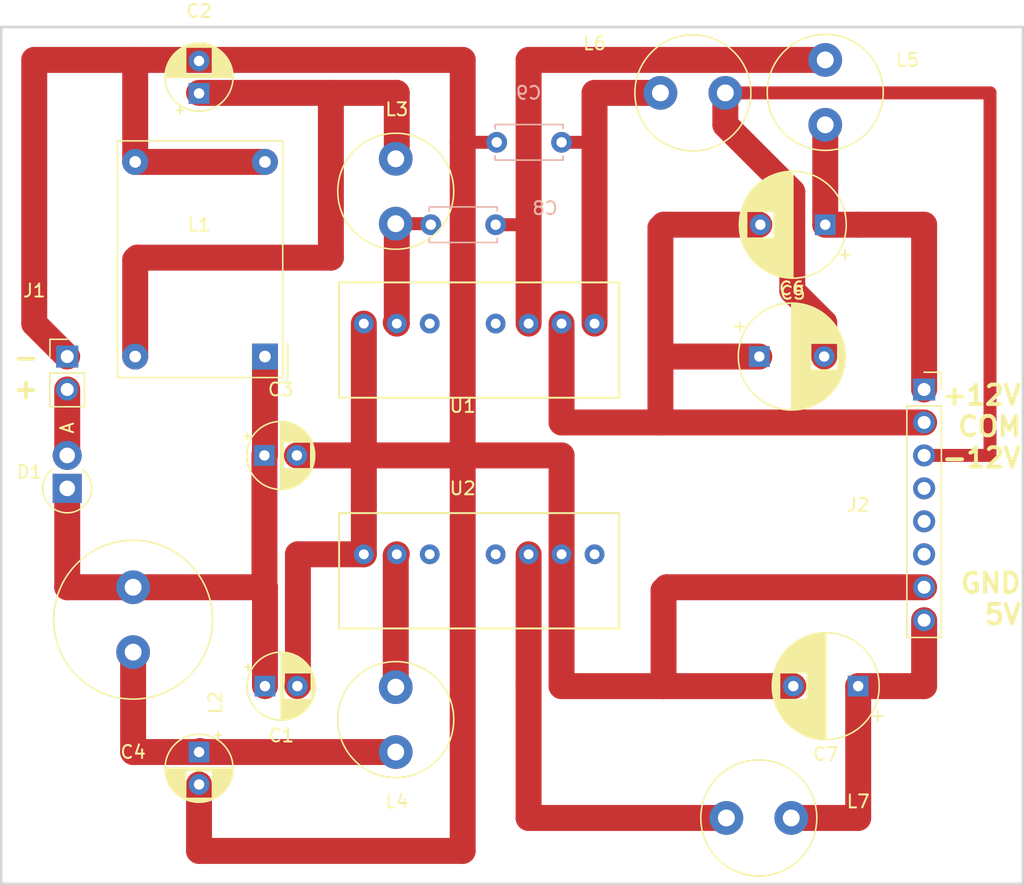
<source format=kicad_pcb>
(kicad_pcb (version 20171130) (host pcbnew "(5.0.0-3-g5ebb6b6)")

  (general
    (thickness 1.6)
    (drawings 6)
    (tracks 97)
    (zones 0)
    (modules 21)
    (nets 15)
  )

  (page A4)
  (layers
    (0 F.Cu signal)
    (31 B.Cu signal)
    (32 B.Adhes user)
    (33 F.Adhes user)
    (34 B.Paste user)
    (35 F.Paste user)
    (36 B.SilkS user)
    (37 F.SilkS user)
    (38 B.Mask user)
    (39 F.Mask user)
    (40 Dwgs.User user)
    (41 Cmts.User user)
    (42 Eco1.User user)
    (43 Eco2.User user)
    (44 Edge.Cuts user)
    (45 Margin user hide)
    (46 B.CrtYd user hide)
    (47 F.CrtYd user hide)
    (48 B.Fab user)
    (49 F.Fab user)
  )

  (setup
    (last_trace_width 2)
    (user_trace_width 1)
    (user_trace_width 2)
    (trace_clearance 0.2)
    (zone_clearance 0.508)
    (zone_45_only no)
    (trace_min 0.2)
    (segment_width 0.2)
    (edge_width 0.15)
    (via_size 0.8)
    (via_drill 0.4)
    (via_min_size 0.4)
    (via_min_drill 0.3)
    (uvia_size 0.3)
    (uvia_drill 0.1)
    (uvias_allowed no)
    (uvia_min_size 0.2)
    (uvia_min_drill 0.1)
    (pcb_text_width 0.3)
    (pcb_text_size 1.5 1.5)
    (mod_edge_width 0.15)
    (mod_text_size 1 1)
    (mod_text_width 0.15)
    (pad_size 1.524 1.524)
    (pad_drill 0.762)
    (pad_to_mask_clearance 0.2)
    (aux_axis_origin 0 0)
    (visible_elements 7FFFFFFF)
    (pcbplotparams
      (layerselection 0x010fc_ffffffff)
      (usegerberextensions false)
      (usegerberattributes false)
      (usegerberadvancedattributes false)
      (creategerberjobfile false)
      (excludeedgelayer true)
      (linewidth 0.100000)
      (plotframeref false)
      (viasonmask false)
      (mode 1)
      (useauxorigin false)
      (hpglpennumber 1)
      (hpglpenspeed 20)
      (hpglpendiameter 15.000000)
      (psnegative false)
      (psa4output false)
      (plotreference true)
      (plotvalue true)
      (plotinvisibletext false)
      (padsonsilk false)
      (subtractmaskfromsilk false)
      (outputformat 4)
      (mirror false)
      (drillshape 0)
      (scaleselection 1)
      (outputdirectory "doc/"))
  )

  (net 0 "")
  (net 1 "Net-(C1-Pad1)")
  (net 2 GNDS)
  (net 3 "Net-(C2-Pad1)")
  (net 4 "Net-(C4-Pad1)")
  (net 5 /COM)
  (net 6 /+12V)
  (net 7 /-12V)
  (net 8 /+5V)
  (net 9 "Net-(D1-Pad2)")
  (net 10 "Net-(C8-Pad1)")
  (net 11 "Net-(C8-Pad2)")
  (net 12 "Net-(C9-Pad1)")
  (net 13 "Net-(L4-Pad2)")
  (net 14 "Net-(L7-Pad1)")

  (net_class Default "This is the default net class."
    (clearance 0.2)
    (trace_width 0.25)
    (via_dia 0.8)
    (via_drill 0.4)
    (uvia_dia 0.3)
    (uvia_drill 0.1)
    (add_net /+12V)
    (add_net /+5V)
    (add_net /-12V)
    (add_net /COM)
    (add_net GNDS)
    (add_net "Net-(C1-Pad1)")
    (add_net "Net-(C2-Pad1)")
    (add_net "Net-(C4-Pad1)")
    (add_net "Net-(C8-Pad1)")
    (add_net "Net-(C8-Pad2)")
    (add_net "Net-(C9-Pad1)")
    (add_net "Net-(D1-Pad2)")
    (add_net "Net-(L4-Pad2)")
    (add_net "Net-(L7-Pad1)")
  )

  (module Inductor_THT:L_Radial_D8.7mm_P5.00mm_Fastron_07HCP (layer F.Cu) (tedit 5AE59B06) (tstamp 5D12A045)
    (at 139.7 40.64 270)
    (descr "Inductor, Radial series, Radial, pin pitch=5.00mm, , diameter=8.7mm, Fastron, 07HCP, http://cdn-reichelt.de/documents/datenblatt/B400/DS_07HCP.pdf")
    (tags "Inductor Radial series Radial pin pitch 5.00mm  diameter 8.7mm Fastron 07HCP")
    (path /5CF2DAF7)
    (fp_text reference L5 (at 0 -6.35) (layer F.SilkS)
      (effects (font (size 1 1) (thickness 0.15)))
    )
    (fp_text value 10uH (at 1.27 -6.35) (layer F.Fab)
      (effects (font (size 1 1) (thickness 0.15)))
    )
    (fp_circle (center 2.5 0) (end 6.85 0) (layer F.Fab) (width 0.1))
    (fp_circle (center 2.5 0) (end 6.97 0) (layer F.SilkS) (width 0.12))
    (fp_circle (center 2.5 0) (end 7.1 0) (layer F.CrtYd) (width 0.05))
    (fp_text user %R (at 2.5 0 270) (layer F.Fab)
      (effects (font (size 1 1) (thickness 0.15)))
    )
    (pad 1 thru_hole circle (at 0 0 270) (size 2.6 2.6) (drill 1.3) (layers *.Cu *.Mask)
      (net 10 "Net-(C8-Pad1)"))
    (pad 2 thru_hole circle (at 5 0 270) (size 2.6 2.6) (drill 1.3) (layers *.Cu *.Mask)
      (net 6 /+12V))
    (model ${KISYS3DMOD}/Inductor_THT.3dshapes/L_Radial_D8.7mm_P5.00mm_Fastron_07HCP.wrl
      (at (xyz 0 0 0))
      (scale (xyz 1 1 1))
      (rotate (xyz 0 0 0))
    )
  )

  (module Diode_THT:D_DO-15_P2.54mm_Vertical_AnodeUp (layer F.Cu) (tedit 5AE50CD5) (tstamp 5D129FE5)
    (at 81.28 73.66 90)
    (descr "Diode, DO-15 series, Axial, Vertical, pin pitch=2.54mm, , length*diameter=7.6*3.6mm^2, , http://www.diodes.com/_files/packages/DO-15.pdf")
    (tags "Diode DO-15 series Axial Vertical pin pitch 2.54mm  length 7.6mm diameter 3.6mm")
    (path /5CD20F82)
    (fp_text reference D1 (at 1.27 -2.92 180) (layer F.SilkS)
      (effects (font (size 1 1) (thickness 0.15)))
    )
    (fp_text value D_Schottky (at -3.81 0 180) (layer F.Fab)
      (effects (font (size 1 1) (thickness 0.15)))
    )
    (fp_arc (start 0 0) (end 1.514596 -1.12) (angle -284.154462) (layer F.SilkS) (width 0.12))
    (fp_circle (center 0 0) (end 1.8 0) (layer F.Fab) (width 0.1))
    (fp_line (start 0 0) (end 2.54 0) (layer F.Fab) (width 0.1))
    (fp_line (start -2.05 -2.05) (end -2.05 2.05) (layer F.CrtYd) (width 0.05))
    (fp_line (start -2.05 2.05) (end 3.91 2.05) (layer F.CrtYd) (width 0.05))
    (fp_line (start 3.91 2.05) (end 3.91 -2.05) (layer F.CrtYd) (width 0.05))
    (fp_line (start 3.91 -2.05) (end -2.05 -2.05) (layer F.CrtYd) (width 0.05))
    (fp_text user %R (at 1.27 -2.92 180) (layer F.Fab)
      (effects (font (size 1 1) (thickness 0.15)))
    )
    (fp_text user A (at 4.66 0 90) (layer F.Fab)
      (effects (font (size 1 1) (thickness 0.15)))
    )
    (fp_text user A (at 4.66 0 90) (layer F.SilkS)
      (effects (font (size 1 1) (thickness 0.15)))
    )
    (pad 1 thru_hole rect (at 0 0 90) (size 2.24 2.24) (drill 1.2) (layers *.Cu *.Mask)
      (net 1 "Net-(C1-Pad1)"))
    (pad 2 thru_hole oval (at 2.54 0 90) (size 2.24 2.24) (drill 1.2) (layers *.Cu *.Mask)
      (net 9 "Net-(D1-Pad2)"))
    (model ${KISYS3DMOD}/Diode_THT.3dshapes/D_DO-15_P2.54mm_Vertical_AnodeUp.wrl
      (at (xyz 0 0 0))
      (scale (xyz 1 1 1))
      (rotate (xyz 0 0 0))
    )
  )

  (module Connector_PinHeader_2.54mm:PinHeader_1x02_P2.54mm_Vertical (layer F.Cu) (tedit 59FED5CC) (tstamp 5D129FFB)
    (at 81.28 63.5)
    (descr "Through hole straight pin header, 1x02, 2.54mm pitch, single row")
    (tags "Through hole pin header THT 1x02 2.54mm single row")
    (path /5CD481ED)
    (fp_text reference J1 (at -2.54 -5.08) (layer F.SilkS)
      (effects (font (size 1 1) (thickness 0.15)))
    )
    (fp_text value Conn_01x02 (at 0 -3.81) (layer F.Fab)
      (effects (font (size 1 1) (thickness 0.15)))
    )
    (fp_line (start -0.635 -1.27) (end 1.27 -1.27) (layer F.Fab) (width 0.1))
    (fp_line (start 1.27 -1.27) (end 1.27 3.81) (layer F.Fab) (width 0.1))
    (fp_line (start 1.27 3.81) (end -1.27 3.81) (layer F.Fab) (width 0.1))
    (fp_line (start -1.27 3.81) (end -1.27 -0.635) (layer F.Fab) (width 0.1))
    (fp_line (start -1.27 -0.635) (end -0.635 -1.27) (layer F.Fab) (width 0.1))
    (fp_line (start -1.33 3.87) (end 1.33 3.87) (layer F.SilkS) (width 0.12))
    (fp_line (start -1.33 1.27) (end -1.33 3.87) (layer F.SilkS) (width 0.12))
    (fp_line (start 1.33 1.27) (end 1.33 3.87) (layer F.SilkS) (width 0.12))
    (fp_line (start -1.33 1.27) (end 1.33 1.27) (layer F.SilkS) (width 0.12))
    (fp_line (start -1.33 0) (end -1.33 -1.33) (layer F.SilkS) (width 0.12))
    (fp_line (start -1.33 -1.33) (end 0 -1.33) (layer F.SilkS) (width 0.12))
    (fp_line (start -1.8 -1.8) (end -1.8 4.35) (layer F.CrtYd) (width 0.05))
    (fp_line (start -1.8 4.35) (end 1.8 4.35) (layer F.CrtYd) (width 0.05))
    (fp_line (start 1.8 4.35) (end 1.8 -1.8) (layer F.CrtYd) (width 0.05))
    (fp_line (start 1.8 -1.8) (end -1.8 -1.8) (layer F.CrtYd) (width 0.05))
    (fp_text user %R (at -2.54 -5.08 180) (layer F.Fab)
      (effects (font (size 1 1) (thickness 0.15)))
    )
    (pad 1 thru_hole rect (at 0 0) (size 1.7 1.7) (drill 1) (layers *.Cu *.Mask)
      (net 2 GNDS))
    (pad 2 thru_hole oval (at 0 2.54) (size 1.7 1.7) (drill 1) (layers *.Cu *.Mask)
      (net 9 "Net-(D1-Pad2)"))
    (model ${KISYS3DMOD}/Connector_PinHeader_2.54mm.3dshapes/PinHeader_1x02_P2.54mm_Vertical.wrl
      (at (xyz 0 0 0))
      (scale (xyz 1 1 1))
      (rotate (xyz 0 0 0))
    )
  )

  (module Inductor_THT:L_Radial_D12.0mm_P5.00mm_Fastron_11P (layer F.Cu) (tedit 5AE59B06) (tstamp 5D12A027)
    (at 86.36 81.28 270)
    (descr "Inductor, Radial series, Radial, pin pitch=5.00mm, , diameter=12.0mm, Fastron, 11P, http://cdn-reichelt.de/documents/datenblatt/B400/DS_11P.pdf")
    (tags "Inductor Radial series Radial pin pitch 5.00mm  diameter 12.0mm Fastron 11P")
    (path /5CD6FCEA)
    (fp_text reference L2 (at 8.89 -6.35 270) (layer F.SilkS)
      (effects (font (size 1 1) (thickness 0.15)))
    )
    (fp_text value 1mH (at 8.89 -7.62 270) (layer F.Fab)
      (effects (font (size 1 1) (thickness 0.15)))
    )
    (fp_text user %R (at 8.89 -6.35 270) (layer F.Fab)
      (effects (font (size 1 1) (thickness 0.15)))
    )
    (fp_circle (center 2.5 0) (end 8.75 0) (layer F.CrtYd) (width 0.05))
    (fp_circle (center 2.5 0) (end 8.62 0) (layer F.SilkS) (width 0.12))
    (fp_circle (center 2.5 0) (end 8.5 0) (layer F.Fab) (width 0.1))
    (pad 2 thru_hole circle (at 5 0 270) (size 2.6 2.6) (drill 1.3) (layers *.Cu *.Mask)
      (net 4 "Net-(C4-Pad1)"))
    (pad 1 thru_hole circle (at 0 0 270) (size 2.6 2.6) (drill 1.3) (layers *.Cu *.Mask)
      (net 1 "Net-(C1-Pad1)"))
    (model ${KISYS3DMOD}/Inductor_THT.3dshapes/L_Radial_D12.0mm_P5.00mm_Fastron_11P.wrl
      (at (xyz 0 0 0))
      (scale (xyz 1 1 1))
      (rotate (xyz 0 0 0))
    )
  )

  (module Capacitor_THT:CP_Radial_D5.0mm_P2.50mm (layer F.Cu) (tedit 5AE50EF0) (tstamp 5D12A701)
    (at 91.44 43.22 90)
    (descr "CP, Radial series, Radial, pin pitch=2.50mm, , diameter=5mm, Electrolytic Capacitor")
    (tags "CP Radial series Radial pin pitch 2.50mm  diameter 5mm Electrolytic Capacitor")
    (path /5CF591D9)
    (fp_text reference C2 (at 6.35 0 180) (layer F.SilkS)
      (effects (font (size 1 1) (thickness 0.15)))
    )
    (fp_text value 10uF (at 5.08 0 180) (layer F.Fab)
      (effects (font (size 1 1) (thickness 0.15)))
    )
    (fp_text user %R (at 1.25 0 90) (layer F.Fab)
      (effects (font (size 1 1) (thickness 0.15)))
    )
    (fp_line (start -1.304775 -1.725) (end -1.304775 -1.225) (layer F.SilkS) (width 0.12))
    (fp_line (start -1.554775 -1.475) (end -1.054775 -1.475) (layer F.SilkS) (width 0.12))
    (fp_line (start 3.851 -0.284) (end 3.851 0.284) (layer F.SilkS) (width 0.12))
    (fp_line (start 3.811 -0.518) (end 3.811 0.518) (layer F.SilkS) (width 0.12))
    (fp_line (start 3.771 -0.677) (end 3.771 0.677) (layer F.SilkS) (width 0.12))
    (fp_line (start 3.731 -0.805) (end 3.731 0.805) (layer F.SilkS) (width 0.12))
    (fp_line (start 3.691 -0.915) (end 3.691 0.915) (layer F.SilkS) (width 0.12))
    (fp_line (start 3.651 -1.011) (end 3.651 1.011) (layer F.SilkS) (width 0.12))
    (fp_line (start 3.611 -1.098) (end 3.611 1.098) (layer F.SilkS) (width 0.12))
    (fp_line (start 3.571 -1.178) (end 3.571 1.178) (layer F.SilkS) (width 0.12))
    (fp_line (start 3.531 1.04) (end 3.531 1.251) (layer F.SilkS) (width 0.12))
    (fp_line (start 3.531 -1.251) (end 3.531 -1.04) (layer F.SilkS) (width 0.12))
    (fp_line (start 3.491 1.04) (end 3.491 1.319) (layer F.SilkS) (width 0.12))
    (fp_line (start 3.491 -1.319) (end 3.491 -1.04) (layer F.SilkS) (width 0.12))
    (fp_line (start 3.451 1.04) (end 3.451 1.383) (layer F.SilkS) (width 0.12))
    (fp_line (start 3.451 -1.383) (end 3.451 -1.04) (layer F.SilkS) (width 0.12))
    (fp_line (start 3.411 1.04) (end 3.411 1.443) (layer F.SilkS) (width 0.12))
    (fp_line (start 3.411 -1.443) (end 3.411 -1.04) (layer F.SilkS) (width 0.12))
    (fp_line (start 3.371 1.04) (end 3.371 1.5) (layer F.SilkS) (width 0.12))
    (fp_line (start 3.371 -1.5) (end 3.371 -1.04) (layer F.SilkS) (width 0.12))
    (fp_line (start 3.331 1.04) (end 3.331 1.554) (layer F.SilkS) (width 0.12))
    (fp_line (start 3.331 -1.554) (end 3.331 -1.04) (layer F.SilkS) (width 0.12))
    (fp_line (start 3.291 1.04) (end 3.291 1.605) (layer F.SilkS) (width 0.12))
    (fp_line (start 3.291 -1.605) (end 3.291 -1.04) (layer F.SilkS) (width 0.12))
    (fp_line (start 3.251 1.04) (end 3.251 1.653) (layer F.SilkS) (width 0.12))
    (fp_line (start 3.251 -1.653) (end 3.251 -1.04) (layer F.SilkS) (width 0.12))
    (fp_line (start 3.211 1.04) (end 3.211 1.699) (layer F.SilkS) (width 0.12))
    (fp_line (start 3.211 -1.699) (end 3.211 -1.04) (layer F.SilkS) (width 0.12))
    (fp_line (start 3.171 1.04) (end 3.171 1.743) (layer F.SilkS) (width 0.12))
    (fp_line (start 3.171 -1.743) (end 3.171 -1.04) (layer F.SilkS) (width 0.12))
    (fp_line (start 3.131 1.04) (end 3.131 1.785) (layer F.SilkS) (width 0.12))
    (fp_line (start 3.131 -1.785) (end 3.131 -1.04) (layer F.SilkS) (width 0.12))
    (fp_line (start 3.091 1.04) (end 3.091 1.826) (layer F.SilkS) (width 0.12))
    (fp_line (start 3.091 -1.826) (end 3.091 -1.04) (layer F.SilkS) (width 0.12))
    (fp_line (start 3.051 1.04) (end 3.051 1.864) (layer F.SilkS) (width 0.12))
    (fp_line (start 3.051 -1.864) (end 3.051 -1.04) (layer F.SilkS) (width 0.12))
    (fp_line (start 3.011 1.04) (end 3.011 1.901) (layer F.SilkS) (width 0.12))
    (fp_line (start 3.011 -1.901) (end 3.011 -1.04) (layer F.SilkS) (width 0.12))
    (fp_line (start 2.971 1.04) (end 2.971 1.937) (layer F.SilkS) (width 0.12))
    (fp_line (start 2.971 -1.937) (end 2.971 -1.04) (layer F.SilkS) (width 0.12))
    (fp_line (start 2.931 1.04) (end 2.931 1.971) (layer F.SilkS) (width 0.12))
    (fp_line (start 2.931 -1.971) (end 2.931 -1.04) (layer F.SilkS) (width 0.12))
    (fp_line (start 2.891 1.04) (end 2.891 2.004) (layer F.SilkS) (width 0.12))
    (fp_line (start 2.891 -2.004) (end 2.891 -1.04) (layer F.SilkS) (width 0.12))
    (fp_line (start 2.851 1.04) (end 2.851 2.035) (layer F.SilkS) (width 0.12))
    (fp_line (start 2.851 -2.035) (end 2.851 -1.04) (layer F.SilkS) (width 0.12))
    (fp_line (start 2.811 1.04) (end 2.811 2.065) (layer F.SilkS) (width 0.12))
    (fp_line (start 2.811 -2.065) (end 2.811 -1.04) (layer F.SilkS) (width 0.12))
    (fp_line (start 2.771 1.04) (end 2.771 2.095) (layer F.SilkS) (width 0.12))
    (fp_line (start 2.771 -2.095) (end 2.771 -1.04) (layer F.SilkS) (width 0.12))
    (fp_line (start 2.731 1.04) (end 2.731 2.122) (layer F.SilkS) (width 0.12))
    (fp_line (start 2.731 -2.122) (end 2.731 -1.04) (layer F.SilkS) (width 0.12))
    (fp_line (start 2.691 1.04) (end 2.691 2.149) (layer F.SilkS) (width 0.12))
    (fp_line (start 2.691 -2.149) (end 2.691 -1.04) (layer F.SilkS) (width 0.12))
    (fp_line (start 2.651 1.04) (end 2.651 2.175) (layer F.SilkS) (width 0.12))
    (fp_line (start 2.651 -2.175) (end 2.651 -1.04) (layer F.SilkS) (width 0.12))
    (fp_line (start 2.611 1.04) (end 2.611 2.2) (layer F.SilkS) (width 0.12))
    (fp_line (start 2.611 -2.2) (end 2.611 -1.04) (layer F.SilkS) (width 0.12))
    (fp_line (start 2.571 1.04) (end 2.571 2.224) (layer F.SilkS) (width 0.12))
    (fp_line (start 2.571 -2.224) (end 2.571 -1.04) (layer F.SilkS) (width 0.12))
    (fp_line (start 2.531 1.04) (end 2.531 2.247) (layer F.SilkS) (width 0.12))
    (fp_line (start 2.531 -2.247) (end 2.531 -1.04) (layer F.SilkS) (width 0.12))
    (fp_line (start 2.491 1.04) (end 2.491 2.268) (layer F.SilkS) (width 0.12))
    (fp_line (start 2.491 -2.268) (end 2.491 -1.04) (layer F.SilkS) (width 0.12))
    (fp_line (start 2.451 1.04) (end 2.451 2.29) (layer F.SilkS) (width 0.12))
    (fp_line (start 2.451 -2.29) (end 2.451 -1.04) (layer F.SilkS) (width 0.12))
    (fp_line (start 2.411 1.04) (end 2.411 2.31) (layer F.SilkS) (width 0.12))
    (fp_line (start 2.411 -2.31) (end 2.411 -1.04) (layer F.SilkS) (width 0.12))
    (fp_line (start 2.371 1.04) (end 2.371 2.329) (layer F.SilkS) (width 0.12))
    (fp_line (start 2.371 -2.329) (end 2.371 -1.04) (layer F.SilkS) (width 0.12))
    (fp_line (start 2.331 1.04) (end 2.331 2.348) (layer F.SilkS) (width 0.12))
    (fp_line (start 2.331 -2.348) (end 2.331 -1.04) (layer F.SilkS) (width 0.12))
    (fp_line (start 2.291 1.04) (end 2.291 2.365) (layer F.SilkS) (width 0.12))
    (fp_line (start 2.291 -2.365) (end 2.291 -1.04) (layer F.SilkS) (width 0.12))
    (fp_line (start 2.251 1.04) (end 2.251 2.382) (layer F.SilkS) (width 0.12))
    (fp_line (start 2.251 -2.382) (end 2.251 -1.04) (layer F.SilkS) (width 0.12))
    (fp_line (start 2.211 1.04) (end 2.211 2.398) (layer F.SilkS) (width 0.12))
    (fp_line (start 2.211 -2.398) (end 2.211 -1.04) (layer F.SilkS) (width 0.12))
    (fp_line (start 2.171 1.04) (end 2.171 2.414) (layer F.SilkS) (width 0.12))
    (fp_line (start 2.171 -2.414) (end 2.171 -1.04) (layer F.SilkS) (width 0.12))
    (fp_line (start 2.131 1.04) (end 2.131 2.428) (layer F.SilkS) (width 0.12))
    (fp_line (start 2.131 -2.428) (end 2.131 -1.04) (layer F.SilkS) (width 0.12))
    (fp_line (start 2.091 1.04) (end 2.091 2.442) (layer F.SilkS) (width 0.12))
    (fp_line (start 2.091 -2.442) (end 2.091 -1.04) (layer F.SilkS) (width 0.12))
    (fp_line (start 2.051 1.04) (end 2.051 2.455) (layer F.SilkS) (width 0.12))
    (fp_line (start 2.051 -2.455) (end 2.051 -1.04) (layer F.SilkS) (width 0.12))
    (fp_line (start 2.011 1.04) (end 2.011 2.468) (layer F.SilkS) (width 0.12))
    (fp_line (start 2.011 -2.468) (end 2.011 -1.04) (layer F.SilkS) (width 0.12))
    (fp_line (start 1.971 1.04) (end 1.971 2.48) (layer F.SilkS) (width 0.12))
    (fp_line (start 1.971 -2.48) (end 1.971 -1.04) (layer F.SilkS) (width 0.12))
    (fp_line (start 1.93 1.04) (end 1.93 2.491) (layer F.SilkS) (width 0.12))
    (fp_line (start 1.93 -2.491) (end 1.93 -1.04) (layer F.SilkS) (width 0.12))
    (fp_line (start 1.89 1.04) (end 1.89 2.501) (layer F.SilkS) (width 0.12))
    (fp_line (start 1.89 -2.501) (end 1.89 -1.04) (layer F.SilkS) (width 0.12))
    (fp_line (start 1.85 1.04) (end 1.85 2.511) (layer F.SilkS) (width 0.12))
    (fp_line (start 1.85 -2.511) (end 1.85 -1.04) (layer F.SilkS) (width 0.12))
    (fp_line (start 1.81 1.04) (end 1.81 2.52) (layer F.SilkS) (width 0.12))
    (fp_line (start 1.81 -2.52) (end 1.81 -1.04) (layer F.SilkS) (width 0.12))
    (fp_line (start 1.77 1.04) (end 1.77 2.528) (layer F.SilkS) (width 0.12))
    (fp_line (start 1.77 -2.528) (end 1.77 -1.04) (layer F.SilkS) (width 0.12))
    (fp_line (start 1.73 1.04) (end 1.73 2.536) (layer F.SilkS) (width 0.12))
    (fp_line (start 1.73 -2.536) (end 1.73 -1.04) (layer F.SilkS) (width 0.12))
    (fp_line (start 1.69 1.04) (end 1.69 2.543) (layer F.SilkS) (width 0.12))
    (fp_line (start 1.69 -2.543) (end 1.69 -1.04) (layer F.SilkS) (width 0.12))
    (fp_line (start 1.65 1.04) (end 1.65 2.55) (layer F.SilkS) (width 0.12))
    (fp_line (start 1.65 -2.55) (end 1.65 -1.04) (layer F.SilkS) (width 0.12))
    (fp_line (start 1.61 1.04) (end 1.61 2.556) (layer F.SilkS) (width 0.12))
    (fp_line (start 1.61 -2.556) (end 1.61 -1.04) (layer F.SilkS) (width 0.12))
    (fp_line (start 1.57 1.04) (end 1.57 2.561) (layer F.SilkS) (width 0.12))
    (fp_line (start 1.57 -2.561) (end 1.57 -1.04) (layer F.SilkS) (width 0.12))
    (fp_line (start 1.53 1.04) (end 1.53 2.565) (layer F.SilkS) (width 0.12))
    (fp_line (start 1.53 -2.565) (end 1.53 -1.04) (layer F.SilkS) (width 0.12))
    (fp_line (start 1.49 1.04) (end 1.49 2.569) (layer F.SilkS) (width 0.12))
    (fp_line (start 1.49 -2.569) (end 1.49 -1.04) (layer F.SilkS) (width 0.12))
    (fp_line (start 1.45 -2.573) (end 1.45 2.573) (layer F.SilkS) (width 0.12))
    (fp_line (start 1.41 -2.576) (end 1.41 2.576) (layer F.SilkS) (width 0.12))
    (fp_line (start 1.37 -2.578) (end 1.37 2.578) (layer F.SilkS) (width 0.12))
    (fp_line (start 1.33 -2.579) (end 1.33 2.579) (layer F.SilkS) (width 0.12))
    (fp_line (start 1.29 -2.58) (end 1.29 2.58) (layer F.SilkS) (width 0.12))
    (fp_line (start 1.25 -2.58) (end 1.25 2.58) (layer F.SilkS) (width 0.12))
    (fp_line (start -0.633605 -1.3375) (end -0.633605 -0.8375) (layer F.Fab) (width 0.1))
    (fp_line (start -0.883605 -1.0875) (end -0.383605 -1.0875) (layer F.Fab) (width 0.1))
    (fp_circle (center 1.25 0) (end 4 0) (layer F.CrtYd) (width 0.05))
    (fp_circle (center 1.25 0) (end 3.87 0) (layer F.SilkS) (width 0.12))
    (fp_circle (center 1.25 0) (end 3.75 0) (layer F.Fab) (width 0.1))
    (pad 2 thru_hole circle (at 2.5 0 90) (size 1.6 1.6) (drill 0.8) (layers *.Cu *.Mask)
      (net 2 GNDS))
    (pad 1 thru_hole rect (at 0 0 90) (size 1.6 1.6) (drill 0.8) (layers *.Cu *.Mask)
      (net 3 "Net-(C2-Pad1)"))
    (model ${KISYS3DMOD}/Capacitor_THT.3dshapes/CP_Radial_D5.0mm_P2.50mm.wrl
      (at (xyz 0 0 0))
      (scale (xyz 1 1 1))
      (rotate (xyz 0 0 0))
    )
  )

  (module Capacitor_THT:CP_Radial_D5.0mm_P2.50mm (layer F.Cu) (tedit 5AE50EF0) (tstamp 5D12A807)
    (at 91.44 93.98 270)
    (descr "CP, Radial series, Radial, pin pitch=2.50mm, , diameter=5mm, Electrolytic Capacitor")
    (tags "CP Radial series Radial pin pitch 2.50mm  diameter 5mm Electrolytic Capacitor")
    (path /5CF59EC4)
    (fp_text reference C4 (at 0 5.08) (layer F.SilkS)
      (effects (font (size 1 1) (thickness 0.15)))
    )
    (fp_text value 10uF (at 1.27 5.08) (layer F.Fab)
      (effects (font (size 1 1) (thickness 0.15)))
    )
    (fp_circle (center 1.25 0) (end 3.75 0) (layer F.Fab) (width 0.1))
    (fp_circle (center 1.25 0) (end 3.87 0) (layer F.SilkS) (width 0.12))
    (fp_circle (center 1.25 0) (end 4 0) (layer F.CrtYd) (width 0.05))
    (fp_line (start -0.883605 -1.0875) (end -0.383605 -1.0875) (layer F.Fab) (width 0.1))
    (fp_line (start -0.633605 -1.3375) (end -0.633605 -0.8375) (layer F.Fab) (width 0.1))
    (fp_line (start 1.25 -2.58) (end 1.25 2.58) (layer F.SilkS) (width 0.12))
    (fp_line (start 1.29 -2.58) (end 1.29 2.58) (layer F.SilkS) (width 0.12))
    (fp_line (start 1.33 -2.579) (end 1.33 2.579) (layer F.SilkS) (width 0.12))
    (fp_line (start 1.37 -2.578) (end 1.37 2.578) (layer F.SilkS) (width 0.12))
    (fp_line (start 1.41 -2.576) (end 1.41 2.576) (layer F.SilkS) (width 0.12))
    (fp_line (start 1.45 -2.573) (end 1.45 2.573) (layer F.SilkS) (width 0.12))
    (fp_line (start 1.49 -2.569) (end 1.49 -1.04) (layer F.SilkS) (width 0.12))
    (fp_line (start 1.49 1.04) (end 1.49 2.569) (layer F.SilkS) (width 0.12))
    (fp_line (start 1.53 -2.565) (end 1.53 -1.04) (layer F.SilkS) (width 0.12))
    (fp_line (start 1.53 1.04) (end 1.53 2.565) (layer F.SilkS) (width 0.12))
    (fp_line (start 1.57 -2.561) (end 1.57 -1.04) (layer F.SilkS) (width 0.12))
    (fp_line (start 1.57 1.04) (end 1.57 2.561) (layer F.SilkS) (width 0.12))
    (fp_line (start 1.61 -2.556) (end 1.61 -1.04) (layer F.SilkS) (width 0.12))
    (fp_line (start 1.61 1.04) (end 1.61 2.556) (layer F.SilkS) (width 0.12))
    (fp_line (start 1.65 -2.55) (end 1.65 -1.04) (layer F.SilkS) (width 0.12))
    (fp_line (start 1.65 1.04) (end 1.65 2.55) (layer F.SilkS) (width 0.12))
    (fp_line (start 1.69 -2.543) (end 1.69 -1.04) (layer F.SilkS) (width 0.12))
    (fp_line (start 1.69 1.04) (end 1.69 2.543) (layer F.SilkS) (width 0.12))
    (fp_line (start 1.73 -2.536) (end 1.73 -1.04) (layer F.SilkS) (width 0.12))
    (fp_line (start 1.73 1.04) (end 1.73 2.536) (layer F.SilkS) (width 0.12))
    (fp_line (start 1.77 -2.528) (end 1.77 -1.04) (layer F.SilkS) (width 0.12))
    (fp_line (start 1.77 1.04) (end 1.77 2.528) (layer F.SilkS) (width 0.12))
    (fp_line (start 1.81 -2.52) (end 1.81 -1.04) (layer F.SilkS) (width 0.12))
    (fp_line (start 1.81 1.04) (end 1.81 2.52) (layer F.SilkS) (width 0.12))
    (fp_line (start 1.85 -2.511) (end 1.85 -1.04) (layer F.SilkS) (width 0.12))
    (fp_line (start 1.85 1.04) (end 1.85 2.511) (layer F.SilkS) (width 0.12))
    (fp_line (start 1.89 -2.501) (end 1.89 -1.04) (layer F.SilkS) (width 0.12))
    (fp_line (start 1.89 1.04) (end 1.89 2.501) (layer F.SilkS) (width 0.12))
    (fp_line (start 1.93 -2.491) (end 1.93 -1.04) (layer F.SilkS) (width 0.12))
    (fp_line (start 1.93 1.04) (end 1.93 2.491) (layer F.SilkS) (width 0.12))
    (fp_line (start 1.971 -2.48) (end 1.971 -1.04) (layer F.SilkS) (width 0.12))
    (fp_line (start 1.971 1.04) (end 1.971 2.48) (layer F.SilkS) (width 0.12))
    (fp_line (start 2.011 -2.468) (end 2.011 -1.04) (layer F.SilkS) (width 0.12))
    (fp_line (start 2.011 1.04) (end 2.011 2.468) (layer F.SilkS) (width 0.12))
    (fp_line (start 2.051 -2.455) (end 2.051 -1.04) (layer F.SilkS) (width 0.12))
    (fp_line (start 2.051 1.04) (end 2.051 2.455) (layer F.SilkS) (width 0.12))
    (fp_line (start 2.091 -2.442) (end 2.091 -1.04) (layer F.SilkS) (width 0.12))
    (fp_line (start 2.091 1.04) (end 2.091 2.442) (layer F.SilkS) (width 0.12))
    (fp_line (start 2.131 -2.428) (end 2.131 -1.04) (layer F.SilkS) (width 0.12))
    (fp_line (start 2.131 1.04) (end 2.131 2.428) (layer F.SilkS) (width 0.12))
    (fp_line (start 2.171 -2.414) (end 2.171 -1.04) (layer F.SilkS) (width 0.12))
    (fp_line (start 2.171 1.04) (end 2.171 2.414) (layer F.SilkS) (width 0.12))
    (fp_line (start 2.211 -2.398) (end 2.211 -1.04) (layer F.SilkS) (width 0.12))
    (fp_line (start 2.211 1.04) (end 2.211 2.398) (layer F.SilkS) (width 0.12))
    (fp_line (start 2.251 -2.382) (end 2.251 -1.04) (layer F.SilkS) (width 0.12))
    (fp_line (start 2.251 1.04) (end 2.251 2.382) (layer F.SilkS) (width 0.12))
    (fp_line (start 2.291 -2.365) (end 2.291 -1.04) (layer F.SilkS) (width 0.12))
    (fp_line (start 2.291 1.04) (end 2.291 2.365) (layer F.SilkS) (width 0.12))
    (fp_line (start 2.331 -2.348) (end 2.331 -1.04) (layer F.SilkS) (width 0.12))
    (fp_line (start 2.331 1.04) (end 2.331 2.348) (layer F.SilkS) (width 0.12))
    (fp_line (start 2.371 -2.329) (end 2.371 -1.04) (layer F.SilkS) (width 0.12))
    (fp_line (start 2.371 1.04) (end 2.371 2.329) (layer F.SilkS) (width 0.12))
    (fp_line (start 2.411 -2.31) (end 2.411 -1.04) (layer F.SilkS) (width 0.12))
    (fp_line (start 2.411 1.04) (end 2.411 2.31) (layer F.SilkS) (width 0.12))
    (fp_line (start 2.451 -2.29) (end 2.451 -1.04) (layer F.SilkS) (width 0.12))
    (fp_line (start 2.451 1.04) (end 2.451 2.29) (layer F.SilkS) (width 0.12))
    (fp_line (start 2.491 -2.268) (end 2.491 -1.04) (layer F.SilkS) (width 0.12))
    (fp_line (start 2.491 1.04) (end 2.491 2.268) (layer F.SilkS) (width 0.12))
    (fp_line (start 2.531 -2.247) (end 2.531 -1.04) (layer F.SilkS) (width 0.12))
    (fp_line (start 2.531 1.04) (end 2.531 2.247) (layer F.SilkS) (width 0.12))
    (fp_line (start 2.571 -2.224) (end 2.571 -1.04) (layer F.SilkS) (width 0.12))
    (fp_line (start 2.571 1.04) (end 2.571 2.224) (layer F.SilkS) (width 0.12))
    (fp_line (start 2.611 -2.2) (end 2.611 -1.04) (layer F.SilkS) (width 0.12))
    (fp_line (start 2.611 1.04) (end 2.611 2.2) (layer F.SilkS) (width 0.12))
    (fp_line (start 2.651 -2.175) (end 2.651 -1.04) (layer F.SilkS) (width 0.12))
    (fp_line (start 2.651 1.04) (end 2.651 2.175) (layer F.SilkS) (width 0.12))
    (fp_line (start 2.691 -2.149) (end 2.691 -1.04) (layer F.SilkS) (width 0.12))
    (fp_line (start 2.691 1.04) (end 2.691 2.149) (layer F.SilkS) (width 0.12))
    (fp_line (start 2.731 -2.122) (end 2.731 -1.04) (layer F.SilkS) (width 0.12))
    (fp_line (start 2.731 1.04) (end 2.731 2.122) (layer F.SilkS) (width 0.12))
    (fp_line (start 2.771 -2.095) (end 2.771 -1.04) (layer F.SilkS) (width 0.12))
    (fp_line (start 2.771 1.04) (end 2.771 2.095) (layer F.SilkS) (width 0.12))
    (fp_line (start 2.811 -2.065) (end 2.811 -1.04) (layer F.SilkS) (width 0.12))
    (fp_line (start 2.811 1.04) (end 2.811 2.065) (layer F.SilkS) (width 0.12))
    (fp_line (start 2.851 -2.035) (end 2.851 -1.04) (layer F.SilkS) (width 0.12))
    (fp_line (start 2.851 1.04) (end 2.851 2.035) (layer F.SilkS) (width 0.12))
    (fp_line (start 2.891 -2.004) (end 2.891 -1.04) (layer F.SilkS) (width 0.12))
    (fp_line (start 2.891 1.04) (end 2.891 2.004) (layer F.SilkS) (width 0.12))
    (fp_line (start 2.931 -1.971) (end 2.931 -1.04) (layer F.SilkS) (width 0.12))
    (fp_line (start 2.931 1.04) (end 2.931 1.971) (layer F.SilkS) (width 0.12))
    (fp_line (start 2.971 -1.937) (end 2.971 -1.04) (layer F.SilkS) (width 0.12))
    (fp_line (start 2.971 1.04) (end 2.971 1.937) (layer F.SilkS) (width 0.12))
    (fp_line (start 3.011 -1.901) (end 3.011 -1.04) (layer F.SilkS) (width 0.12))
    (fp_line (start 3.011 1.04) (end 3.011 1.901) (layer F.SilkS) (width 0.12))
    (fp_line (start 3.051 -1.864) (end 3.051 -1.04) (layer F.SilkS) (width 0.12))
    (fp_line (start 3.051 1.04) (end 3.051 1.864) (layer F.SilkS) (width 0.12))
    (fp_line (start 3.091 -1.826) (end 3.091 -1.04) (layer F.SilkS) (width 0.12))
    (fp_line (start 3.091 1.04) (end 3.091 1.826) (layer F.SilkS) (width 0.12))
    (fp_line (start 3.131 -1.785) (end 3.131 -1.04) (layer F.SilkS) (width 0.12))
    (fp_line (start 3.131 1.04) (end 3.131 1.785) (layer F.SilkS) (width 0.12))
    (fp_line (start 3.171 -1.743) (end 3.171 -1.04) (layer F.SilkS) (width 0.12))
    (fp_line (start 3.171 1.04) (end 3.171 1.743) (layer F.SilkS) (width 0.12))
    (fp_line (start 3.211 -1.699) (end 3.211 -1.04) (layer F.SilkS) (width 0.12))
    (fp_line (start 3.211 1.04) (end 3.211 1.699) (layer F.SilkS) (width 0.12))
    (fp_line (start 3.251 -1.653) (end 3.251 -1.04) (layer F.SilkS) (width 0.12))
    (fp_line (start 3.251 1.04) (end 3.251 1.653) (layer F.SilkS) (width 0.12))
    (fp_line (start 3.291 -1.605) (end 3.291 -1.04) (layer F.SilkS) (width 0.12))
    (fp_line (start 3.291 1.04) (end 3.291 1.605) (layer F.SilkS) (width 0.12))
    (fp_line (start 3.331 -1.554) (end 3.331 -1.04) (layer F.SilkS) (width 0.12))
    (fp_line (start 3.331 1.04) (end 3.331 1.554) (layer F.SilkS) (width 0.12))
    (fp_line (start 3.371 -1.5) (end 3.371 -1.04) (layer F.SilkS) (width 0.12))
    (fp_line (start 3.371 1.04) (end 3.371 1.5) (layer F.SilkS) (width 0.12))
    (fp_line (start 3.411 -1.443) (end 3.411 -1.04) (layer F.SilkS) (width 0.12))
    (fp_line (start 3.411 1.04) (end 3.411 1.443) (layer F.SilkS) (width 0.12))
    (fp_line (start 3.451 -1.383) (end 3.451 -1.04) (layer F.SilkS) (width 0.12))
    (fp_line (start 3.451 1.04) (end 3.451 1.383) (layer F.SilkS) (width 0.12))
    (fp_line (start 3.491 -1.319) (end 3.491 -1.04) (layer F.SilkS) (width 0.12))
    (fp_line (start 3.491 1.04) (end 3.491 1.319) (layer F.SilkS) (width 0.12))
    (fp_line (start 3.531 -1.251) (end 3.531 -1.04) (layer F.SilkS) (width 0.12))
    (fp_line (start 3.531 1.04) (end 3.531 1.251) (layer F.SilkS) (width 0.12))
    (fp_line (start 3.571 -1.178) (end 3.571 1.178) (layer F.SilkS) (width 0.12))
    (fp_line (start 3.611 -1.098) (end 3.611 1.098) (layer F.SilkS) (width 0.12))
    (fp_line (start 3.651 -1.011) (end 3.651 1.011) (layer F.SilkS) (width 0.12))
    (fp_line (start 3.691 -0.915) (end 3.691 0.915) (layer F.SilkS) (width 0.12))
    (fp_line (start 3.731 -0.805) (end 3.731 0.805) (layer F.SilkS) (width 0.12))
    (fp_line (start 3.771 -0.677) (end 3.771 0.677) (layer F.SilkS) (width 0.12))
    (fp_line (start 3.811 -0.518) (end 3.811 0.518) (layer F.SilkS) (width 0.12))
    (fp_line (start 3.851 -0.284) (end 3.851 0.284) (layer F.SilkS) (width 0.12))
    (fp_line (start -1.554775 -1.475) (end -1.054775 -1.475) (layer F.SilkS) (width 0.12))
    (fp_line (start -1.304775 -1.725) (end -1.304775 -1.225) (layer F.SilkS) (width 0.12))
    (fp_text user %R (at 1.25 0 270) (layer F.Fab)
      (effects (font (size 1 1) (thickness 0.15)))
    )
    (pad 1 thru_hole rect (at 0 0 270) (size 1.6 1.6) (drill 0.8) (layers *.Cu *.Mask)
      (net 4 "Net-(C4-Pad1)"))
    (pad 2 thru_hole circle (at 2.5 0 270) (size 1.6 1.6) (drill 0.8) (layers *.Cu *.Mask)
      (net 2 GNDS))
    (model ${KISYS3DMOD}/Capacitor_THT.3dshapes/CP_Radial_D5.0mm_P2.50mm.wrl
      (at (xyz 0 0 0))
      (scale (xyz 1 1 1))
      (rotate (xyz 0 0 0))
    )
  )

  (module Capacitor_THT:CP_Radial_D5.0mm_P2.50mm (layer F.Cu) (tedit 5AE50EF0) (tstamp 5D129F63)
    (at 96.52 88.9)
    (descr "CP, Radial series, Radial, pin pitch=2.50mm, , diameter=5mm, Electrolytic Capacitor")
    (tags "CP Radial series Radial pin pitch 2.50mm  diameter 5mm Electrolytic Capacitor")
    (path /5CD6FCF3)
    (fp_text reference C1 (at 1.27 3.81) (layer F.SilkS)
      (effects (font (size 1 1) (thickness 0.15)))
    )
    (fp_text value 10uF (at 1.25 5.08) (layer F.Fab)
      (effects (font (size 1 1) (thickness 0.15)))
    )
    (fp_circle (center 1.25 0) (end 3.75 0) (layer F.Fab) (width 0.1))
    (fp_circle (center 1.25 0) (end 3.87 0) (layer F.SilkS) (width 0.12))
    (fp_circle (center 1.25 0) (end 4 0) (layer F.CrtYd) (width 0.05))
    (fp_line (start -0.883605 -1.0875) (end -0.383605 -1.0875) (layer F.Fab) (width 0.1))
    (fp_line (start -0.633605 -1.3375) (end -0.633605 -0.8375) (layer F.Fab) (width 0.1))
    (fp_line (start 1.25 -2.58) (end 1.25 2.58) (layer F.SilkS) (width 0.12))
    (fp_line (start 1.29 -2.58) (end 1.29 2.58) (layer F.SilkS) (width 0.12))
    (fp_line (start 1.33 -2.579) (end 1.33 2.579) (layer F.SilkS) (width 0.12))
    (fp_line (start 1.37 -2.578) (end 1.37 2.578) (layer F.SilkS) (width 0.12))
    (fp_line (start 1.41 -2.576) (end 1.41 2.576) (layer F.SilkS) (width 0.12))
    (fp_line (start 1.45 -2.573) (end 1.45 2.573) (layer F.SilkS) (width 0.12))
    (fp_line (start 1.49 -2.569) (end 1.49 -1.04) (layer F.SilkS) (width 0.12))
    (fp_line (start 1.49 1.04) (end 1.49 2.569) (layer F.SilkS) (width 0.12))
    (fp_line (start 1.53 -2.565) (end 1.53 -1.04) (layer F.SilkS) (width 0.12))
    (fp_line (start 1.53 1.04) (end 1.53 2.565) (layer F.SilkS) (width 0.12))
    (fp_line (start 1.57 -2.561) (end 1.57 -1.04) (layer F.SilkS) (width 0.12))
    (fp_line (start 1.57 1.04) (end 1.57 2.561) (layer F.SilkS) (width 0.12))
    (fp_line (start 1.61 -2.556) (end 1.61 -1.04) (layer F.SilkS) (width 0.12))
    (fp_line (start 1.61 1.04) (end 1.61 2.556) (layer F.SilkS) (width 0.12))
    (fp_line (start 1.65 -2.55) (end 1.65 -1.04) (layer F.SilkS) (width 0.12))
    (fp_line (start 1.65 1.04) (end 1.65 2.55) (layer F.SilkS) (width 0.12))
    (fp_line (start 1.69 -2.543) (end 1.69 -1.04) (layer F.SilkS) (width 0.12))
    (fp_line (start 1.69 1.04) (end 1.69 2.543) (layer F.SilkS) (width 0.12))
    (fp_line (start 1.73 -2.536) (end 1.73 -1.04) (layer F.SilkS) (width 0.12))
    (fp_line (start 1.73 1.04) (end 1.73 2.536) (layer F.SilkS) (width 0.12))
    (fp_line (start 1.77 -2.528) (end 1.77 -1.04) (layer F.SilkS) (width 0.12))
    (fp_line (start 1.77 1.04) (end 1.77 2.528) (layer F.SilkS) (width 0.12))
    (fp_line (start 1.81 -2.52) (end 1.81 -1.04) (layer F.SilkS) (width 0.12))
    (fp_line (start 1.81 1.04) (end 1.81 2.52) (layer F.SilkS) (width 0.12))
    (fp_line (start 1.85 -2.511) (end 1.85 -1.04) (layer F.SilkS) (width 0.12))
    (fp_line (start 1.85 1.04) (end 1.85 2.511) (layer F.SilkS) (width 0.12))
    (fp_line (start 1.89 -2.501) (end 1.89 -1.04) (layer F.SilkS) (width 0.12))
    (fp_line (start 1.89 1.04) (end 1.89 2.501) (layer F.SilkS) (width 0.12))
    (fp_line (start 1.93 -2.491) (end 1.93 -1.04) (layer F.SilkS) (width 0.12))
    (fp_line (start 1.93 1.04) (end 1.93 2.491) (layer F.SilkS) (width 0.12))
    (fp_line (start 1.971 -2.48) (end 1.971 -1.04) (layer F.SilkS) (width 0.12))
    (fp_line (start 1.971 1.04) (end 1.971 2.48) (layer F.SilkS) (width 0.12))
    (fp_line (start 2.011 -2.468) (end 2.011 -1.04) (layer F.SilkS) (width 0.12))
    (fp_line (start 2.011 1.04) (end 2.011 2.468) (layer F.SilkS) (width 0.12))
    (fp_line (start 2.051 -2.455) (end 2.051 -1.04) (layer F.SilkS) (width 0.12))
    (fp_line (start 2.051 1.04) (end 2.051 2.455) (layer F.SilkS) (width 0.12))
    (fp_line (start 2.091 -2.442) (end 2.091 -1.04) (layer F.SilkS) (width 0.12))
    (fp_line (start 2.091 1.04) (end 2.091 2.442) (layer F.SilkS) (width 0.12))
    (fp_line (start 2.131 -2.428) (end 2.131 -1.04) (layer F.SilkS) (width 0.12))
    (fp_line (start 2.131 1.04) (end 2.131 2.428) (layer F.SilkS) (width 0.12))
    (fp_line (start 2.171 -2.414) (end 2.171 -1.04) (layer F.SilkS) (width 0.12))
    (fp_line (start 2.171 1.04) (end 2.171 2.414) (layer F.SilkS) (width 0.12))
    (fp_line (start 2.211 -2.398) (end 2.211 -1.04) (layer F.SilkS) (width 0.12))
    (fp_line (start 2.211 1.04) (end 2.211 2.398) (layer F.SilkS) (width 0.12))
    (fp_line (start 2.251 -2.382) (end 2.251 -1.04) (layer F.SilkS) (width 0.12))
    (fp_line (start 2.251 1.04) (end 2.251 2.382) (layer F.SilkS) (width 0.12))
    (fp_line (start 2.291 -2.365) (end 2.291 -1.04) (layer F.SilkS) (width 0.12))
    (fp_line (start 2.291 1.04) (end 2.291 2.365) (layer F.SilkS) (width 0.12))
    (fp_line (start 2.331 -2.348) (end 2.331 -1.04) (layer F.SilkS) (width 0.12))
    (fp_line (start 2.331 1.04) (end 2.331 2.348) (layer F.SilkS) (width 0.12))
    (fp_line (start 2.371 -2.329) (end 2.371 -1.04) (layer F.SilkS) (width 0.12))
    (fp_line (start 2.371 1.04) (end 2.371 2.329) (layer F.SilkS) (width 0.12))
    (fp_line (start 2.411 -2.31) (end 2.411 -1.04) (layer F.SilkS) (width 0.12))
    (fp_line (start 2.411 1.04) (end 2.411 2.31) (layer F.SilkS) (width 0.12))
    (fp_line (start 2.451 -2.29) (end 2.451 -1.04) (layer F.SilkS) (width 0.12))
    (fp_line (start 2.451 1.04) (end 2.451 2.29) (layer F.SilkS) (width 0.12))
    (fp_line (start 2.491 -2.268) (end 2.491 -1.04) (layer F.SilkS) (width 0.12))
    (fp_line (start 2.491 1.04) (end 2.491 2.268) (layer F.SilkS) (width 0.12))
    (fp_line (start 2.531 -2.247) (end 2.531 -1.04) (layer F.SilkS) (width 0.12))
    (fp_line (start 2.531 1.04) (end 2.531 2.247) (layer F.SilkS) (width 0.12))
    (fp_line (start 2.571 -2.224) (end 2.571 -1.04) (layer F.SilkS) (width 0.12))
    (fp_line (start 2.571 1.04) (end 2.571 2.224) (layer F.SilkS) (width 0.12))
    (fp_line (start 2.611 -2.2) (end 2.611 -1.04) (layer F.SilkS) (width 0.12))
    (fp_line (start 2.611 1.04) (end 2.611 2.2) (layer F.SilkS) (width 0.12))
    (fp_line (start 2.651 -2.175) (end 2.651 -1.04) (layer F.SilkS) (width 0.12))
    (fp_line (start 2.651 1.04) (end 2.651 2.175) (layer F.SilkS) (width 0.12))
    (fp_line (start 2.691 -2.149) (end 2.691 -1.04) (layer F.SilkS) (width 0.12))
    (fp_line (start 2.691 1.04) (end 2.691 2.149) (layer F.SilkS) (width 0.12))
    (fp_line (start 2.731 -2.122) (end 2.731 -1.04) (layer F.SilkS) (width 0.12))
    (fp_line (start 2.731 1.04) (end 2.731 2.122) (layer F.SilkS) (width 0.12))
    (fp_line (start 2.771 -2.095) (end 2.771 -1.04) (layer F.SilkS) (width 0.12))
    (fp_line (start 2.771 1.04) (end 2.771 2.095) (layer F.SilkS) (width 0.12))
    (fp_line (start 2.811 -2.065) (end 2.811 -1.04) (layer F.SilkS) (width 0.12))
    (fp_line (start 2.811 1.04) (end 2.811 2.065) (layer F.SilkS) (width 0.12))
    (fp_line (start 2.851 -2.035) (end 2.851 -1.04) (layer F.SilkS) (width 0.12))
    (fp_line (start 2.851 1.04) (end 2.851 2.035) (layer F.SilkS) (width 0.12))
    (fp_line (start 2.891 -2.004) (end 2.891 -1.04) (layer F.SilkS) (width 0.12))
    (fp_line (start 2.891 1.04) (end 2.891 2.004) (layer F.SilkS) (width 0.12))
    (fp_line (start 2.931 -1.971) (end 2.931 -1.04) (layer F.SilkS) (width 0.12))
    (fp_line (start 2.931 1.04) (end 2.931 1.971) (layer F.SilkS) (width 0.12))
    (fp_line (start 2.971 -1.937) (end 2.971 -1.04) (layer F.SilkS) (width 0.12))
    (fp_line (start 2.971 1.04) (end 2.971 1.937) (layer F.SilkS) (width 0.12))
    (fp_line (start 3.011 -1.901) (end 3.011 -1.04) (layer F.SilkS) (width 0.12))
    (fp_line (start 3.011 1.04) (end 3.011 1.901) (layer F.SilkS) (width 0.12))
    (fp_line (start 3.051 -1.864) (end 3.051 -1.04) (layer F.SilkS) (width 0.12))
    (fp_line (start 3.051 1.04) (end 3.051 1.864) (layer F.SilkS) (width 0.12))
    (fp_line (start 3.091 -1.826) (end 3.091 -1.04) (layer F.SilkS) (width 0.12))
    (fp_line (start 3.091 1.04) (end 3.091 1.826) (layer F.SilkS) (width 0.12))
    (fp_line (start 3.131 -1.785) (end 3.131 -1.04) (layer F.SilkS) (width 0.12))
    (fp_line (start 3.131 1.04) (end 3.131 1.785) (layer F.SilkS) (width 0.12))
    (fp_line (start 3.171 -1.743) (end 3.171 -1.04) (layer F.SilkS) (width 0.12))
    (fp_line (start 3.171 1.04) (end 3.171 1.743) (layer F.SilkS) (width 0.12))
    (fp_line (start 3.211 -1.699) (end 3.211 -1.04) (layer F.SilkS) (width 0.12))
    (fp_line (start 3.211 1.04) (end 3.211 1.699) (layer F.SilkS) (width 0.12))
    (fp_line (start 3.251 -1.653) (end 3.251 -1.04) (layer F.SilkS) (width 0.12))
    (fp_line (start 3.251 1.04) (end 3.251 1.653) (layer F.SilkS) (width 0.12))
    (fp_line (start 3.291 -1.605) (end 3.291 -1.04) (layer F.SilkS) (width 0.12))
    (fp_line (start 3.291 1.04) (end 3.291 1.605) (layer F.SilkS) (width 0.12))
    (fp_line (start 3.331 -1.554) (end 3.331 -1.04) (layer F.SilkS) (width 0.12))
    (fp_line (start 3.331 1.04) (end 3.331 1.554) (layer F.SilkS) (width 0.12))
    (fp_line (start 3.371 -1.5) (end 3.371 -1.04) (layer F.SilkS) (width 0.12))
    (fp_line (start 3.371 1.04) (end 3.371 1.5) (layer F.SilkS) (width 0.12))
    (fp_line (start 3.411 -1.443) (end 3.411 -1.04) (layer F.SilkS) (width 0.12))
    (fp_line (start 3.411 1.04) (end 3.411 1.443) (layer F.SilkS) (width 0.12))
    (fp_line (start 3.451 -1.383) (end 3.451 -1.04) (layer F.SilkS) (width 0.12))
    (fp_line (start 3.451 1.04) (end 3.451 1.383) (layer F.SilkS) (width 0.12))
    (fp_line (start 3.491 -1.319) (end 3.491 -1.04) (layer F.SilkS) (width 0.12))
    (fp_line (start 3.491 1.04) (end 3.491 1.319) (layer F.SilkS) (width 0.12))
    (fp_line (start 3.531 -1.251) (end 3.531 -1.04) (layer F.SilkS) (width 0.12))
    (fp_line (start 3.531 1.04) (end 3.531 1.251) (layer F.SilkS) (width 0.12))
    (fp_line (start 3.571 -1.178) (end 3.571 1.178) (layer F.SilkS) (width 0.12))
    (fp_line (start 3.611 -1.098) (end 3.611 1.098) (layer F.SilkS) (width 0.12))
    (fp_line (start 3.651 -1.011) (end 3.651 1.011) (layer F.SilkS) (width 0.12))
    (fp_line (start 3.691 -0.915) (end 3.691 0.915) (layer F.SilkS) (width 0.12))
    (fp_line (start 3.731 -0.805) (end 3.731 0.805) (layer F.SilkS) (width 0.12))
    (fp_line (start 3.771 -0.677) (end 3.771 0.677) (layer F.SilkS) (width 0.12))
    (fp_line (start 3.811 -0.518) (end 3.811 0.518) (layer F.SilkS) (width 0.12))
    (fp_line (start 3.851 -0.284) (end 3.851 0.284) (layer F.SilkS) (width 0.12))
    (fp_line (start -1.554775 -1.475) (end -1.054775 -1.475) (layer F.SilkS) (width 0.12))
    (fp_line (start -1.304775 -1.725) (end -1.304775 -1.225) (layer F.SilkS) (width 0.12))
    (fp_text user %R (at 1.25 0) (layer F.Fab)
      (effects (font (size 1 1) (thickness 0.15)))
    )
    (pad 1 thru_hole rect (at 0 0) (size 1.6 1.6) (drill 0.8) (layers *.Cu *.Mask)
      (net 1 "Net-(C1-Pad1)"))
    (pad 2 thru_hole circle (at 2.5 0) (size 1.6 1.6) (drill 0.8) (layers *.Cu *.Mask)
      (net 2 GNDS))
    (model ${KISYS3DMOD}/Capacitor_THT.3dshapes/CP_Radial_D5.0mm_P2.50mm.wrl
      (at (xyz 0 0 0))
      (scale (xyz 1 1 1))
      (rotate (xyz 0 0 0))
    )
  )

  (module Inductor_THT:L_Radial_D8.7mm_P5.00mm_Fastron_07HCP (layer F.Cu) (tedit 5AE59B06) (tstamp 5D12A031)
    (at 106.6 48.26 270)
    (descr "Inductor, Radial series, Radial, pin pitch=5.00mm, , diameter=8.7mm, Fastron, 07HCP, http://cdn-reichelt.de/documents/datenblatt/B400/DS_07HCP.pdf")
    (tags "Inductor Radial series Radial pin pitch 5.00mm  diameter 8.7mm Fastron 07HCP")
    (path /5CF591D1)
    (fp_text reference L3 (at -3.81 -0.08) (layer F.SilkS)
      (effects (font (size 1 1) (thickness 0.15)))
    )
    (fp_text value 200uH (at -2.54 -0.08) (layer F.Fab)
      (effects (font (size 1 1) (thickness 0.15)))
    )
    (fp_text user %R (at -3.81 0) (layer F.Fab)
      (effects (font (size 1 1) (thickness 0.15)))
    )
    (fp_circle (center 2.5 0) (end 7.1 0) (layer F.CrtYd) (width 0.05))
    (fp_circle (center 2.5 0) (end 6.97 0) (layer F.SilkS) (width 0.12))
    (fp_circle (center 2.5 0) (end 6.85 0) (layer F.Fab) (width 0.1))
    (pad 2 thru_hole circle (at 5 0 270) (size 2.6 2.6) (drill 1.3) (layers *.Cu *.Mask)
      (net 11 "Net-(C8-Pad2)"))
    (pad 1 thru_hole circle (at 0 0 270) (size 2.6 2.6) (drill 1.3) (layers *.Cu *.Mask)
      (net 3 "Net-(C2-Pad1)"))
    (model ${KISYS3DMOD}/Inductor_THT.3dshapes/L_Radial_D8.7mm_P5.00mm_Fastron_07HCP.wrl
      (at (xyz 0 0 0))
      (scale (xyz 1 1 1))
      (rotate (xyz 0 0 0))
    )
  )

  (module Inductor_THT:L_Radial_D8.7mm_P5.00mm_Fastron_07HCP (layer F.Cu) (tedit 5AE59B06) (tstamp 5D12A03B)
    (at 106.6 93.98 90)
    (descr "Inductor, Radial series, Radial, pin pitch=5.00mm, , diameter=8.7mm, Fastron, 07HCP, http://cdn-reichelt.de/documents/datenblatt/B400/DS_07HCP.pdf")
    (tags "Inductor Radial series Radial pin pitch 5.00mm  diameter 8.7mm Fastron 07HCP")
    (path /5CF59EBC)
    (fp_text reference L4 (at -3.81 0.08 180) (layer F.SilkS)
      (effects (font (size 1 1) (thickness 0.15)))
    )
    (fp_text value 100uH (at -5.08 0.08 180) (layer F.Fab)
      (effects (font (size 1 1) (thickness 0.15)))
    )
    (fp_circle (center 2.5 0) (end 6.85 0) (layer F.Fab) (width 0.1))
    (fp_circle (center 2.5 0) (end 6.97 0) (layer F.SilkS) (width 0.12))
    (fp_circle (center 2.5 0) (end 7.1 0) (layer F.CrtYd) (width 0.05))
    (fp_text user %R (at -3.81 0.08 180) (layer F.Fab)
      (effects (font (size 1 1) (thickness 0.15)))
    )
    (pad 1 thru_hole circle (at 0 0 90) (size 2.6 2.6) (drill 1.3) (layers *.Cu *.Mask)
      (net 4 "Net-(C4-Pad1)"))
    (pad 2 thru_hole circle (at 5 0 90) (size 2.6 2.6) (drill 1.3) (layers *.Cu *.Mask)
      (net 13 "Net-(L4-Pad2)"))
    (model ${KISYS3DMOD}/Inductor_THT.3dshapes/L_Radial_D8.7mm_P5.00mm_Fastron_07HCP.wrl
      (at (xyz 0 0 0))
      (scale (xyz 1 1 1))
      (rotate (xyz 0 0 0))
    )
  )

  (module Inductor_THT:L_Radial_D8.7mm_P5.00mm_Fastron_07HCP (layer F.Cu) (tedit 5AE59B06) (tstamp 5D12A04F)
    (at 127 43.18)
    (descr "Inductor, Radial series, Radial, pin pitch=5.00mm, , diameter=8.7mm, Fastron, 07HCP, http://cdn-reichelt.de/documents/datenblatt/B400/DS_07HCP.pdf")
    (tags "Inductor Radial series Radial pin pitch 5.00mm  diameter 8.7mm Fastron 07HCP")
    (path /5CF2E3A2)
    (fp_text reference L6 (at -5.08 -3.81) (layer F.SilkS)
      (effects (font (size 1 1) (thickness 0.15)))
    )
    (fp_text value 10uH (at -5.08 -1.27) (layer F.Fab)
      (effects (font (size 1 1) (thickness 0.15)))
    )
    (fp_text user %R (at 2.5 0) (layer F.Fab)
      (effects (font (size 1 1) (thickness 0.15)))
    )
    (fp_circle (center 2.5 0) (end 7.1 0) (layer F.CrtYd) (width 0.05))
    (fp_circle (center 2.5 0) (end 6.97 0) (layer F.SilkS) (width 0.12))
    (fp_circle (center 2.5 0) (end 6.85 0) (layer F.Fab) (width 0.1))
    (pad 2 thru_hole circle (at 5 0) (size 2.6 2.6) (drill 1.3) (layers *.Cu *.Mask)
      (net 7 /-12V))
    (pad 1 thru_hole circle (at 0 0) (size 2.6 2.6) (drill 1.3) (layers *.Cu *.Mask)
      (net 12 "Net-(C9-Pad1)"))
    (model ${KISYS3DMOD}/Inductor_THT.3dshapes/L_Radial_D8.7mm_P5.00mm_Fastron_07HCP.wrl
      (at (xyz 0 0 0))
      (scale (xyz 1 1 1))
      (rotate (xyz 0 0 0))
    )
  )

  (module Inductor_THT:L_Radial_D8.7mm_P5.00mm_Fastron_07HCP (layer F.Cu) (tedit 5AE59B06) (tstamp 5D12A059)
    (at 132.08 99.06)
    (descr "Inductor, Radial series, Radial, pin pitch=5.00mm, , diameter=8.7mm, Fastron, 07HCP, http://cdn-reichelt.de/documents/datenblatt/B400/DS_07HCP.pdf")
    (tags "Inductor Radial series Radial pin pitch 5.00mm  diameter 8.7mm Fastron 07HCP")
    (path /5CF38C88)
    (fp_text reference L7 (at 10.16 -1.27) (layer F.SilkS)
      (effects (font (size 1 1) (thickness 0.15)))
    )
    (fp_text value 10uH (at 10.16 0) (layer F.Fab)
      (effects (font (size 1 1) (thickness 0.15)))
    )
    (fp_circle (center 2.5 0) (end 6.85 0) (layer F.Fab) (width 0.1))
    (fp_circle (center 2.5 0) (end 6.97 0) (layer F.SilkS) (width 0.12))
    (fp_circle (center 2.5 0) (end 7.1 0) (layer F.CrtYd) (width 0.05))
    (fp_text user %R (at 2.5 0) (layer F.Fab)
      (effects (font (size 1 1) (thickness 0.15)))
    )
    (pad 1 thru_hole circle (at 0 0) (size 2.6 2.6) (drill 1.3) (layers *.Cu *.Mask)
      (net 14 "Net-(L7-Pad1)"))
    (pad 2 thru_hole circle (at 5 0) (size 2.6 2.6) (drill 1.3) (layers *.Cu *.Mask)
      (net 8 /+5V))
    (model ${KISYS3DMOD}/Inductor_THT.3dshapes/L_Radial_D8.7mm_P5.00mm_Fastron_07HCP.wrl
      (at (xyz 0 0 0))
      (scale (xyz 1 1 1))
      (rotate (xyz 0 0 0))
    )
  )

  (module ITX1212S:ITX1212S (layer F.Cu) (tedit 5CD6255E) (tstamp 5D12A06A)
    (at 111.76 60.96)
    (path /5CD67656)
    (fp_text reference U1 (at 0 6.35) (layer F.SilkS)
      (effects (font (size 1 1) (thickness 0.15)))
    )
    (fp_text value RS6-1212D (at 0 7.62) (layer F.Fab)
      (effects (font (size 1 1) (thickness 0.15)))
    )
    (fp_line (start -9.525 -3.175) (end 1.27 -3.175) (layer F.SilkS) (width 0.15))
    (fp_line (start -9.525 5.715) (end -9.525 -3.175) (layer F.SilkS) (width 0.15))
    (fp_line (start 12.065 5.715) (end -9.525 5.715) (layer F.SilkS) (width 0.15))
    (fp_line (start 12.065 1.27) (end 12.065 5.715) (layer F.SilkS) (width 0.15))
    (fp_line (start 12.065 -3.175) (end 12.065 1.27) (layer F.SilkS) (width 0.15))
    (fp_line (start 1.27 -3.175) (end 12.065 -3.175) (layer F.SilkS) (width 0.15))
    (pad 8 thru_hole circle (at 10.16 0) (size 1.524 1.524) (drill 0.762) (layers *.Cu *.Mask)
      (net 12 "Net-(C9-Pad1)"))
    (pad 7 thru_hole circle (at 7.62 0) (size 1.524 1.524) (drill 0.762) (layers *.Cu *.Mask)
      (net 5 /COM))
    (pad 6 thru_hole circle (at 5.08 0) (size 1.524 1.524) (drill 0.762) (layers *.Cu *.Mask)
      (net 10 "Net-(C8-Pad1)"))
    (pad 5 thru_hole circle (at 2.54 0) (size 1.524 1.524) (drill 0.762) (layers *.Cu *.Mask))
    (pad 3 thru_hole circle (at -2.54 0) (size 1.524 1.524) (drill 0.762) (layers *.Cu *.Mask))
    (pad 2 thru_hole circle (at -5.08 0) (size 1.524 1.524) (drill 0.762) (layers *.Cu *.Mask)
      (net 11 "Net-(C8-Pad2)"))
    (pad 1 thru_hole circle (at -7.62 0) (size 1.524 1.524) (drill 0.762) (layers *.Cu *.Mask)
      (net 2 GNDS))
  )

  (module ITX1212S:ITX1212S (layer F.Cu) (tedit 5CD6255E) (tstamp 5D12A07B)
    (at 111.76 78.74)
    (path /5CD731AB)
    (fp_text reference U2 (at 0 -5.08) (layer F.SilkS)
      (effects (font (size 1 1) (thickness 0.15)))
    )
    (fp_text value RS6-1205S (at 0 -3.81) (layer F.Fab)
      (effects (font (size 1 1) (thickness 0.15)))
    )
    (fp_line (start 1.27 -3.175) (end 12.065 -3.175) (layer F.SilkS) (width 0.15))
    (fp_line (start 12.065 -3.175) (end 12.065 1.27) (layer F.SilkS) (width 0.15))
    (fp_line (start 12.065 1.27) (end 12.065 5.715) (layer F.SilkS) (width 0.15))
    (fp_line (start 12.065 5.715) (end -9.525 5.715) (layer F.SilkS) (width 0.15))
    (fp_line (start -9.525 5.715) (end -9.525 -3.175) (layer F.SilkS) (width 0.15))
    (fp_line (start -9.525 -3.175) (end 1.27 -3.175) (layer F.SilkS) (width 0.15))
    (pad 1 thru_hole circle (at -7.62 0) (size 1.524 1.524) (drill 0.762) (layers *.Cu *.Mask)
      (net 2 GNDS))
    (pad 2 thru_hole circle (at -5.08 0) (size 1.524 1.524) (drill 0.762) (layers *.Cu *.Mask)
      (net 13 "Net-(L4-Pad2)"))
    (pad 3 thru_hole circle (at -2.54 0) (size 1.524 1.524) (drill 0.762) (layers *.Cu *.Mask))
    (pad 5 thru_hole circle (at 2.54 0) (size 1.524 1.524) (drill 0.762) (layers *.Cu *.Mask))
    (pad 6 thru_hole circle (at 5.08 0) (size 1.524 1.524) (drill 0.762) (layers *.Cu *.Mask)
      (net 14 "Net-(L7-Pad1)"))
    (pad 7 thru_hole circle (at 7.62 0) (size 1.524 1.524) (drill 0.762) (layers *.Cu *.Mask)
      (net 2 GNDS))
    (pad 8 thru_hole circle (at 10.16 0) (size 1.524 1.524) (drill 0.762) (layers *.Cu *.Mask))
  )

  (module Capacitor_THT:CP_Radial_D5.0mm_P2.50mm (layer F.Cu) (tedit 5AE50EF0) (tstamp 5D12A784)
    (at 96.48 71.12)
    (descr "CP, Radial series, Radial, pin pitch=2.50mm, , diameter=5mm, Electrolytic Capacitor")
    (tags "CP Radial series Radial pin pitch 2.50mm  diameter 5mm Electrolytic Capacitor")
    (path /5CD2D2F7)
    (fp_text reference C3 (at 1.25 -5.08) (layer F.SilkS)
      (effects (font (size 1 1) (thickness 0.15)))
    )
    (fp_text value 10uF (at 1.25 -3.81) (layer F.Fab)
      (effects (font (size 1 1) (thickness 0.15)))
    )
    (fp_circle (center 1.25 0) (end 3.75 0) (layer F.Fab) (width 0.1))
    (fp_circle (center 1.25 0) (end 3.87 0) (layer F.SilkS) (width 0.12))
    (fp_circle (center 1.25 0) (end 4 0) (layer F.CrtYd) (width 0.05))
    (fp_line (start -0.883605 -1.0875) (end -0.383605 -1.0875) (layer F.Fab) (width 0.1))
    (fp_line (start -0.633605 -1.3375) (end -0.633605 -0.8375) (layer F.Fab) (width 0.1))
    (fp_line (start 1.25 -2.58) (end 1.25 2.58) (layer F.SilkS) (width 0.12))
    (fp_line (start 1.29 -2.58) (end 1.29 2.58) (layer F.SilkS) (width 0.12))
    (fp_line (start 1.33 -2.579) (end 1.33 2.579) (layer F.SilkS) (width 0.12))
    (fp_line (start 1.37 -2.578) (end 1.37 2.578) (layer F.SilkS) (width 0.12))
    (fp_line (start 1.41 -2.576) (end 1.41 2.576) (layer F.SilkS) (width 0.12))
    (fp_line (start 1.45 -2.573) (end 1.45 2.573) (layer F.SilkS) (width 0.12))
    (fp_line (start 1.49 -2.569) (end 1.49 -1.04) (layer F.SilkS) (width 0.12))
    (fp_line (start 1.49 1.04) (end 1.49 2.569) (layer F.SilkS) (width 0.12))
    (fp_line (start 1.53 -2.565) (end 1.53 -1.04) (layer F.SilkS) (width 0.12))
    (fp_line (start 1.53 1.04) (end 1.53 2.565) (layer F.SilkS) (width 0.12))
    (fp_line (start 1.57 -2.561) (end 1.57 -1.04) (layer F.SilkS) (width 0.12))
    (fp_line (start 1.57 1.04) (end 1.57 2.561) (layer F.SilkS) (width 0.12))
    (fp_line (start 1.61 -2.556) (end 1.61 -1.04) (layer F.SilkS) (width 0.12))
    (fp_line (start 1.61 1.04) (end 1.61 2.556) (layer F.SilkS) (width 0.12))
    (fp_line (start 1.65 -2.55) (end 1.65 -1.04) (layer F.SilkS) (width 0.12))
    (fp_line (start 1.65 1.04) (end 1.65 2.55) (layer F.SilkS) (width 0.12))
    (fp_line (start 1.69 -2.543) (end 1.69 -1.04) (layer F.SilkS) (width 0.12))
    (fp_line (start 1.69 1.04) (end 1.69 2.543) (layer F.SilkS) (width 0.12))
    (fp_line (start 1.73 -2.536) (end 1.73 -1.04) (layer F.SilkS) (width 0.12))
    (fp_line (start 1.73 1.04) (end 1.73 2.536) (layer F.SilkS) (width 0.12))
    (fp_line (start 1.77 -2.528) (end 1.77 -1.04) (layer F.SilkS) (width 0.12))
    (fp_line (start 1.77 1.04) (end 1.77 2.528) (layer F.SilkS) (width 0.12))
    (fp_line (start 1.81 -2.52) (end 1.81 -1.04) (layer F.SilkS) (width 0.12))
    (fp_line (start 1.81 1.04) (end 1.81 2.52) (layer F.SilkS) (width 0.12))
    (fp_line (start 1.85 -2.511) (end 1.85 -1.04) (layer F.SilkS) (width 0.12))
    (fp_line (start 1.85 1.04) (end 1.85 2.511) (layer F.SilkS) (width 0.12))
    (fp_line (start 1.89 -2.501) (end 1.89 -1.04) (layer F.SilkS) (width 0.12))
    (fp_line (start 1.89 1.04) (end 1.89 2.501) (layer F.SilkS) (width 0.12))
    (fp_line (start 1.93 -2.491) (end 1.93 -1.04) (layer F.SilkS) (width 0.12))
    (fp_line (start 1.93 1.04) (end 1.93 2.491) (layer F.SilkS) (width 0.12))
    (fp_line (start 1.971 -2.48) (end 1.971 -1.04) (layer F.SilkS) (width 0.12))
    (fp_line (start 1.971 1.04) (end 1.971 2.48) (layer F.SilkS) (width 0.12))
    (fp_line (start 2.011 -2.468) (end 2.011 -1.04) (layer F.SilkS) (width 0.12))
    (fp_line (start 2.011 1.04) (end 2.011 2.468) (layer F.SilkS) (width 0.12))
    (fp_line (start 2.051 -2.455) (end 2.051 -1.04) (layer F.SilkS) (width 0.12))
    (fp_line (start 2.051 1.04) (end 2.051 2.455) (layer F.SilkS) (width 0.12))
    (fp_line (start 2.091 -2.442) (end 2.091 -1.04) (layer F.SilkS) (width 0.12))
    (fp_line (start 2.091 1.04) (end 2.091 2.442) (layer F.SilkS) (width 0.12))
    (fp_line (start 2.131 -2.428) (end 2.131 -1.04) (layer F.SilkS) (width 0.12))
    (fp_line (start 2.131 1.04) (end 2.131 2.428) (layer F.SilkS) (width 0.12))
    (fp_line (start 2.171 -2.414) (end 2.171 -1.04) (layer F.SilkS) (width 0.12))
    (fp_line (start 2.171 1.04) (end 2.171 2.414) (layer F.SilkS) (width 0.12))
    (fp_line (start 2.211 -2.398) (end 2.211 -1.04) (layer F.SilkS) (width 0.12))
    (fp_line (start 2.211 1.04) (end 2.211 2.398) (layer F.SilkS) (width 0.12))
    (fp_line (start 2.251 -2.382) (end 2.251 -1.04) (layer F.SilkS) (width 0.12))
    (fp_line (start 2.251 1.04) (end 2.251 2.382) (layer F.SilkS) (width 0.12))
    (fp_line (start 2.291 -2.365) (end 2.291 -1.04) (layer F.SilkS) (width 0.12))
    (fp_line (start 2.291 1.04) (end 2.291 2.365) (layer F.SilkS) (width 0.12))
    (fp_line (start 2.331 -2.348) (end 2.331 -1.04) (layer F.SilkS) (width 0.12))
    (fp_line (start 2.331 1.04) (end 2.331 2.348) (layer F.SilkS) (width 0.12))
    (fp_line (start 2.371 -2.329) (end 2.371 -1.04) (layer F.SilkS) (width 0.12))
    (fp_line (start 2.371 1.04) (end 2.371 2.329) (layer F.SilkS) (width 0.12))
    (fp_line (start 2.411 -2.31) (end 2.411 -1.04) (layer F.SilkS) (width 0.12))
    (fp_line (start 2.411 1.04) (end 2.411 2.31) (layer F.SilkS) (width 0.12))
    (fp_line (start 2.451 -2.29) (end 2.451 -1.04) (layer F.SilkS) (width 0.12))
    (fp_line (start 2.451 1.04) (end 2.451 2.29) (layer F.SilkS) (width 0.12))
    (fp_line (start 2.491 -2.268) (end 2.491 -1.04) (layer F.SilkS) (width 0.12))
    (fp_line (start 2.491 1.04) (end 2.491 2.268) (layer F.SilkS) (width 0.12))
    (fp_line (start 2.531 -2.247) (end 2.531 -1.04) (layer F.SilkS) (width 0.12))
    (fp_line (start 2.531 1.04) (end 2.531 2.247) (layer F.SilkS) (width 0.12))
    (fp_line (start 2.571 -2.224) (end 2.571 -1.04) (layer F.SilkS) (width 0.12))
    (fp_line (start 2.571 1.04) (end 2.571 2.224) (layer F.SilkS) (width 0.12))
    (fp_line (start 2.611 -2.2) (end 2.611 -1.04) (layer F.SilkS) (width 0.12))
    (fp_line (start 2.611 1.04) (end 2.611 2.2) (layer F.SilkS) (width 0.12))
    (fp_line (start 2.651 -2.175) (end 2.651 -1.04) (layer F.SilkS) (width 0.12))
    (fp_line (start 2.651 1.04) (end 2.651 2.175) (layer F.SilkS) (width 0.12))
    (fp_line (start 2.691 -2.149) (end 2.691 -1.04) (layer F.SilkS) (width 0.12))
    (fp_line (start 2.691 1.04) (end 2.691 2.149) (layer F.SilkS) (width 0.12))
    (fp_line (start 2.731 -2.122) (end 2.731 -1.04) (layer F.SilkS) (width 0.12))
    (fp_line (start 2.731 1.04) (end 2.731 2.122) (layer F.SilkS) (width 0.12))
    (fp_line (start 2.771 -2.095) (end 2.771 -1.04) (layer F.SilkS) (width 0.12))
    (fp_line (start 2.771 1.04) (end 2.771 2.095) (layer F.SilkS) (width 0.12))
    (fp_line (start 2.811 -2.065) (end 2.811 -1.04) (layer F.SilkS) (width 0.12))
    (fp_line (start 2.811 1.04) (end 2.811 2.065) (layer F.SilkS) (width 0.12))
    (fp_line (start 2.851 -2.035) (end 2.851 -1.04) (layer F.SilkS) (width 0.12))
    (fp_line (start 2.851 1.04) (end 2.851 2.035) (layer F.SilkS) (width 0.12))
    (fp_line (start 2.891 -2.004) (end 2.891 -1.04) (layer F.SilkS) (width 0.12))
    (fp_line (start 2.891 1.04) (end 2.891 2.004) (layer F.SilkS) (width 0.12))
    (fp_line (start 2.931 -1.971) (end 2.931 -1.04) (layer F.SilkS) (width 0.12))
    (fp_line (start 2.931 1.04) (end 2.931 1.971) (layer F.SilkS) (width 0.12))
    (fp_line (start 2.971 -1.937) (end 2.971 -1.04) (layer F.SilkS) (width 0.12))
    (fp_line (start 2.971 1.04) (end 2.971 1.937) (layer F.SilkS) (width 0.12))
    (fp_line (start 3.011 -1.901) (end 3.011 -1.04) (layer F.SilkS) (width 0.12))
    (fp_line (start 3.011 1.04) (end 3.011 1.901) (layer F.SilkS) (width 0.12))
    (fp_line (start 3.051 -1.864) (end 3.051 -1.04) (layer F.SilkS) (width 0.12))
    (fp_line (start 3.051 1.04) (end 3.051 1.864) (layer F.SilkS) (width 0.12))
    (fp_line (start 3.091 -1.826) (end 3.091 -1.04) (layer F.SilkS) (width 0.12))
    (fp_line (start 3.091 1.04) (end 3.091 1.826) (layer F.SilkS) (width 0.12))
    (fp_line (start 3.131 -1.785) (end 3.131 -1.04) (layer F.SilkS) (width 0.12))
    (fp_line (start 3.131 1.04) (end 3.131 1.785) (layer F.SilkS) (width 0.12))
    (fp_line (start 3.171 -1.743) (end 3.171 -1.04) (layer F.SilkS) (width 0.12))
    (fp_line (start 3.171 1.04) (end 3.171 1.743) (layer F.SilkS) (width 0.12))
    (fp_line (start 3.211 -1.699) (end 3.211 -1.04) (layer F.SilkS) (width 0.12))
    (fp_line (start 3.211 1.04) (end 3.211 1.699) (layer F.SilkS) (width 0.12))
    (fp_line (start 3.251 -1.653) (end 3.251 -1.04) (layer F.SilkS) (width 0.12))
    (fp_line (start 3.251 1.04) (end 3.251 1.653) (layer F.SilkS) (width 0.12))
    (fp_line (start 3.291 -1.605) (end 3.291 -1.04) (layer F.SilkS) (width 0.12))
    (fp_line (start 3.291 1.04) (end 3.291 1.605) (layer F.SilkS) (width 0.12))
    (fp_line (start 3.331 -1.554) (end 3.331 -1.04) (layer F.SilkS) (width 0.12))
    (fp_line (start 3.331 1.04) (end 3.331 1.554) (layer F.SilkS) (width 0.12))
    (fp_line (start 3.371 -1.5) (end 3.371 -1.04) (layer F.SilkS) (width 0.12))
    (fp_line (start 3.371 1.04) (end 3.371 1.5) (layer F.SilkS) (width 0.12))
    (fp_line (start 3.411 -1.443) (end 3.411 -1.04) (layer F.SilkS) (width 0.12))
    (fp_line (start 3.411 1.04) (end 3.411 1.443) (layer F.SilkS) (width 0.12))
    (fp_line (start 3.451 -1.383) (end 3.451 -1.04) (layer F.SilkS) (width 0.12))
    (fp_line (start 3.451 1.04) (end 3.451 1.383) (layer F.SilkS) (width 0.12))
    (fp_line (start 3.491 -1.319) (end 3.491 -1.04) (layer F.SilkS) (width 0.12))
    (fp_line (start 3.491 1.04) (end 3.491 1.319) (layer F.SilkS) (width 0.12))
    (fp_line (start 3.531 -1.251) (end 3.531 -1.04) (layer F.SilkS) (width 0.12))
    (fp_line (start 3.531 1.04) (end 3.531 1.251) (layer F.SilkS) (width 0.12))
    (fp_line (start 3.571 -1.178) (end 3.571 1.178) (layer F.SilkS) (width 0.12))
    (fp_line (start 3.611 -1.098) (end 3.611 1.098) (layer F.SilkS) (width 0.12))
    (fp_line (start 3.651 -1.011) (end 3.651 1.011) (layer F.SilkS) (width 0.12))
    (fp_line (start 3.691 -0.915) (end 3.691 0.915) (layer F.SilkS) (width 0.12))
    (fp_line (start 3.731 -0.805) (end 3.731 0.805) (layer F.SilkS) (width 0.12))
    (fp_line (start 3.771 -0.677) (end 3.771 0.677) (layer F.SilkS) (width 0.12))
    (fp_line (start 3.811 -0.518) (end 3.811 0.518) (layer F.SilkS) (width 0.12))
    (fp_line (start 3.851 -0.284) (end 3.851 0.284) (layer F.SilkS) (width 0.12))
    (fp_line (start -1.554775 -1.475) (end -1.054775 -1.475) (layer F.SilkS) (width 0.12))
    (fp_line (start -1.304775 -1.725) (end -1.304775 -1.225) (layer F.SilkS) (width 0.12))
    (fp_text user %R (at 1.25 0) (layer F.Fab)
      (effects (font (size 1 1) (thickness 0.15)))
    )
    (pad 1 thru_hole rect (at 0 0) (size 1.6 1.6) (drill 0.8) (layers *.Cu *.Mask)
      (net 1 "Net-(C1-Pad1)"))
    (pad 2 thru_hole circle (at 2.5 0) (size 1.6 1.6) (drill 0.8) (layers *.Cu *.Mask)
      (net 2 GNDS))
    (model ${KISYS3DMOD}/Capacitor_THT.3dshapes/CP_Radial_D5.0mm_P2.50mm.wrl
      (at (xyz 0 0 0))
      (scale (xyz 1 1 1))
      (rotate (xyz 0 0 0))
    )
  )

  (module Connector_PinSocket_2.54mm:PinSocket_1x08_P2.54mm_Vertical (layer F.Cu) (tedit 5A19A420) (tstamp 5CFF45A9)
    (at 147.32 66.04)
    (descr "Through hole straight socket strip, 1x08, 2.54mm pitch, single row (from Kicad 4.0.7), script generated")
    (tags "Through hole socket strip THT 1x08 2.54mm single row")
    (path /5CF316FD)
    (fp_text reference J2 (at -5.08 8.89) (layer F.SilkS)
      (effects (font (size 1 1) (thickness 0.15)))
    )
    (fp_text value Conn_01x08 (at -2.54 8.89 90) (layer F.Fab)
      (effects (font (size 1 1) (thickness 0.15)))
    )
    (fp_line (start -1.27 -1.27) (end 0.635 -1.27) (layer F.Fab) (width 0.1))
    (fp_line (start 0.635 -1.27) (end 1.27 -0.635) (layer F.Fab) (width 0.1))
    (fp_line (start 1.27 -0.635) (end 1.27 19.05) (layer F.Fab) (width 0.1))
    (fp_line (start 1.27 19.05) (end -1.27 19.05) (layer F.Fab) (width 0.1))
    (fp_line (start -1.27 19.05) (end -1.27 -1.27) (layer F.Fab) (width 0.1))
    (fp_line (start -1.33 1.27) (end 1.33 1.27) (layer F.SilkS) (width 0.12))
    (fp_line (start -1.33 1.27) (end -1.33 19.11) (layer F.SilkS) (width 0.12))
    (fp_line (start -1.33 19.11) (end 1.33 19.11) (layer F.SilkS) (width 0.12))
    (fp_line (start 1.33 1.27) (end 1.33 19.11) (layer F.SilkS) (width 0.12))
    (fp_line (start 1.33 -1.33) (end 1.33 0) (layer F.SilkS) (width 0.12))
    (fp_line (start 0 -1.33) (end 1.33 -1.33) (layer F.SilkS) (width 0.12))
    (fp_line (start -1.8 -1.8) (end 1.75 -1.8) (layer F.CrtYd) (width 0.05))
    (fp_line (start 1.75 -1.8) (end 1.75 19.55) (layer F.CrtYd) (width 0.05))
    (fp_line (start 1.75 19.55) (end -1.8 19.55) (layer F.CrtYd) (width 0.05))
    (fp_line (start -1.8 19.55) (end -1.8 -1.8) (layer F.CrtYd) (width 0.05))
    (fp_text user %R (at 0 8.89 90) (layer F.Fab)
      (effects (font (size 1 1) (thickness 0.15)))
    )
    (pad 1 thru_hole rect (at 0 0) (size 1.7 1.7) (drill 1) (layers *.Cu *.Mask)
      (net 6 /+12V))
    (pad 2 thru_hole oval (at 0 2.54) (size 1.7 1.7) (drill 1) (layers *.Cu *.Mask)
      (net 5 /COM))
    (pad 3 thru_hole oval (at 0 5.08) (size 1.7 1.7) (drill 1) (layers *.Cu *.Mask)
      (net 7 /-12V))
    (pad 4 thru_hole oval (at 0 7.62) (size 1.7 1.7) (drill 1) (layers *.Cu *.Mask))
    (pad 5 thru_hole oval (at 0 10.16) (size 1.7 1.7) (drill 1) (layers *.Cu *.Mask))
    (pad 6 thru_hole oval (at 0 12.7) (size 1.7 1.7) (drill 1) (layers *.Cu *.Mask))
    (pad 7 thru_hole oval (at 0 15.24) (size 1.7 1.7) (drill 1) (layers *.Cu *.Mask)
      (net 2 GNDS))
    (pad 8 thru_hole oval (at 0 17.78) (size 1.7 1.7) (drill 1) (layers *.Cu *.Mask)
      (net 8 /+5V))
    (model ${KISYS3DMOD}/Connector_PinSocket_2.54mm.3dshapes/PinSocket_1x08_P2.54mm_Vertical.wrl
      (at (xyz 0 0 0))
      (scale (xyz 1 1 1))
      (rotate (xyz 0 0 0))
    )
  )

  (module Capacitor_THT:C_Disc_D5.0mm_W2.5mm_P5.00mm (layer B.Cu) (tedit 5AE50EF0) (tstamp 5D00A7AA)
    (at 114.3 53.34 180)
    (descr "C, Disc series, Radial, pin pitch=5.00mm, , diameter*width=5*2.5mm^2, Capacitor, http://cdn-reichelt.de/documents/datenblatt/B300/DS_KERKO_TC.pdf")
    (tags "C Disc series Radial pin pitch 5.00mm  diameter 5mm width 2.5mm Capacitor")
    (path /5CF494BE)
    (fp_text reference C8 (at -3.81 1.27 180) (layer B.SilkS)
      (effects (font (size 1 1) (thickness 0.15)) (justify mirror))
    )
    (fp_text value 47p (at -3.81 0 180) (layer B.Fab)
      (effects (font (size 1 1) (thickness 0.15)) (justify mirror))
    )
    (fp_line (start 0 1.25) (end 0 -1.25) (layer B.Fab) (width 0.1))
    (fp_line (start 0 -1.25) (end 5 -1.25) (layer B.Fab) (width 0.1))
    (fp_line (start 5 -1.25) (end 5 1.25) (layer B.Fab) (width 0.1))
    (fp_line (start 5 1.25) (end 0 1.25) (layer B.Fab) (width 0.1))
    (fp_line (start -0.12 1.37) (end 5.12 1.37) (layer B.SilkS) (width 0.12))
    (fp_line (start -0.12 -1.37) (end 5.12 -1.37) (layer B.SilkS) (width 0.12))
    (fp_line (start -0.12 1.37) (end -0.12 1.055) (layer B.SilkS) (width 0.12))
    (fp_line (start -0.12 -1.055) (end -0.12 -1.37) (layer B.SilkS) (width 0.12))
    (fp_line (start 5.12 1.37) (end 5.12 1.055) (layer B.SilkS) (width 0.12))
    (fp_line (start 5.12 -1.055) (end 5.12 -1.37) (layer B.SilkS) (width 0.12))
    (fp_line (start -1.05 1.5) (end -1.05 -1.5) (layer B.CrtYd) (width 0.05))
    (fp_line (start -1.05 -1.5) (end 6.05 -1.5) (layer B.CrtYd) (width 0.05))
    (fp_line (start 6.05 -1.5) (end 6.05 1.5) (layer B.CrtYd) (width 0.05))
    (fp_line (start 6.05 1.5) (end -1.05 1.5) (layer B.CrtYd) (width 0.05))
    (fp_text user %R (at -3.81 1.27 180) (layer B.Fab)
      (effects (font (size 1 1) (thickness 0.15)) (justify mirror))
    )
    (pad 1 thru_hole circle (at 0 0 180) (size 1.6 1.6) (drill 0.8) (layers *.Cu *.Mask)
      (net 10 "Net-(C8-Pad1)"))
    (pad 2 thru_hole circle (at 5 0 180) (size 1.6 1.6) (drill 0.8) (layers *.Cu *.Mask)
      (net 11 "Net-(C8-Pad2)"))
    (model ${KISYS3DMOD}/Capacitor_THT.3dshapes/C_Disc_D5.0mm_W2.5mm_P5.00mm.wrl
      (at (xyz 0 0 0))
      (scale (xyz 1 1 1))
      (rotate (xyz 0 0 0))
    )
  )

  (module Capacitor_THT:C_Disc_D5.0mm_W2.5mm_P5.00mm (layer B.Cu) (tedit 5AE50EF0) (tstamp 5D00A7BF)
    (at 119.38 46.99 180)
    (descr "C, Disc series, Radial, pin pitch=5.00mm, , diameter*width=5*2.5mm^2, Capacitor, http://cdn-reichelt.de/documents/datenblatt/B300/DS_KERKO_TC.pdf")
    (tags "C Disc series Radial pin pitch 5.00mm  diameter 5mm width 2.5mm Capacitor")
    (path /5CF49441)
    (fp_text reference C9 (at 2.54 3.81 180) (layer B.SilkS)
      (effects (font (size 1 1) (thickness 0.15)) (justify mirror))
    )
    (fp_text value 100p (at 2.54 2.54 180) (layer B.Fab)
      (effects (font (size 1 1) (thickness 0.15)) (justify mirror))
    )
    (fp_text user %R (at 2.54 3.81 180) (layer B.Fab)
      (effects (font (size 1 1) (thickness 0.15)) (justify mirror))
    )
    (fp_line (start 6.05 1.5) (end -1.05 1.5) (layer B.CrtYd) (width 0.05))
    (fp_line (start 6.05 -1.5) (end 6.05 1.5) (layer B.CrtYd) (width 0.05))
    (fp_line (start -1.05 -1.5) (end 6.05 -1.5) (layer B.CrtYd) (width 0.05))
    (fp_line (start -1.05 1.5) (end -1.05 -1.5) (layer B.CrtYd) (width 0.05))
    (fp_line (start 5.12 -1.055) (end 5.12 -1.37) (layer B.SilkS) (width 0.12))
    (fp_line (start 5.12 1.37) (end 5.12 1.055) (layer B.SilkS) (width 0.12))
    (fp_line (start -0.12 -1.055) (end -0.12 -1.37) (layer B.SilkS) (width 0.12))
    (fp_line (start -0.12 1.37) (end -0.12 1.055) (layer B.SilkS) (width 0.12))
    (fp_line (start -0.12 -1.37) (end 5.12 -1.37) (layer B.SilkS) (width 0.12))
    (fp_line (start -0.12 1.37) (end 5.12 1.37) (layer B.SilkS) (width 0.12))
    (fp_line (start 5 1.25) (end 0 1.25) (layer B.Fab) (width 0.1))
    (fp_line (start 5 -1.25) (end 5 1.25) (layer B.Fab) (width 0.1))
    (fp_line (start 0 -1.25) (end 5 -1.25) (layer B.Fab) (width 0.1))
    (fp_line (start 0 1.25) (end 0 -1.25) (layer B.Fab) (width 0.1))
    (pad 2 thru_hole circle (at 5 0 180) (size 1.6 1.6) (drill 0.8) (layers *.Cu *.Mask)
      (net 2 GNDS))
    (pad 1 thru_hole circle (at 0 0 180) (size 1.6 1.6) (drill 0.8) (layers *.Cu *.Mask)
      (net 12 "Net-(C9-Pad1)"))
    (model ${KISYS3DMOD}/Capacitor_THT.3dshapes/C_Disc_D5.0mm_W2.5mm_P5.00mm.wrl
      (at (xyz 0 0 0))
      (scale (xyz 1 1 1))
      (rotate (xyz 0 0 0))
    )
  )

  (module Capacitor_THT:CP_Radial_D8.0mm_P5.00mm (layer F.Cu) (tedit 5AE50EF0) (tstamp 5D011295)
    (at 139.7 53.34 180)
    (descr "CP, Radial series, Radial, pin pitch=5.00mm, , diameter=8mm, Electrolytic Capacitor")
    (tags "CP Radial series Radial pin pitch 5.00mm  diameter 8mm Electrolytic Capacitor")
    (path /5CF70D83)
    (fp_text reference C5 (at 2.5 -5.25 180) (layer F.SilkS)
      (effects (font (size 1 1) (thickness 0.15)))
    )
    (fp_text value 220uF (at 2.5 5.25 180) (layer F.Fab)
      (effects (font (size 1 1) (thickness 0.15)))
    )
    (fp_circle (center 2.5 0) (end 6.5 0) (layer F.Fab) (width 0.1))
    (fp_circle (center 2.5 0) (end 6.62 0) (layer F.SilkS) (width 0.12))
    (fp_circle (center 2.5 0) (end 6.75 0) (layer F.CrtYd) (width 0.05))
    (fp_line (start -0.926759 -1.7475) (end -0.126759 -1.7475) (layer F.Fab) (width 0.1))
    (fp_line (start -0.526759 -2.1475) (end -0.526759 -1.3475) (layer F.Fab) (width 0.1))
    (fp_line (start 2.5 -4.08) (end 2.5 4.08) (layer F.SilkS) (width 0.12))
    (fp_line (start 2.54 -4.08) (end 2.54 4.08) (layer F.SilkS) (width 0.12))
    (fp_line (start 2.58 -4.08) (end 2.58 4.08) (layer F.SilkS) (width 0.12))
    (fp_line (start 2.62 -4.079) (end 2.62 4.079) (layer F.SilkS) (width 0.12))
    (fp_line (start 2.66 -4.077) (end 2.66 4.077) (layer F.SilkS) (width 0.12))
    (fp_line (start 2.7 -4.076) (end 2.7 4.076) (layer F.SilkS) (width 0.12))
    (fp_line (start 2.74 -4.074) (end 2.74 4.074) (layer F.SilkS) (width 0.12))
    (fp_line (start 2.78 -4.071) (end 2.78 4.071) (layer F.SilkS) (width 0.12))
    (fp_line (start 2.82 -4.068) (end 2.82 4.068) (layer F.SilkS) (width 0.12))
    (fp_line (start 2.86 -4.065) (end 2.86 4.065) (layer F.SilkS) (width 0.12))
    (fp_line (start 2.9 -4.061) (end 2.9 4.061) (layer F.SilkS) (width 0.12))
    (fp_line (start 2.94 -4.057) (end 2.94 4.057) (layer F.SilkS) (width 0.12))
    (fp_line (start 2.98 -4.052) (end 2.98 4.052) (layer F.SilkS) (width 0.12))
    (fp_line (start 3.02 -4.048) (end 3.02 4.048) (layer F.SilkS) (width 0.12))
    (fp_line (start 3.06 -4.042) (end 3.06 4.042) (layer F.SilkS) (width 0.12))
    (fp_line (start 3.1 -4.037) (end 3.1 4.037) (layer F.SilkS) (width 0.12))
    (fp_line (start 3.14 -4.03) (end 3.14 4.03) (layer F.SilkS) (width 0.12))
    (fp_line (start 3.18 -4.024) (end 3.18 4.024) (layer F.SilkS) (width 0.12))
    (fp_line (start 3.221 -4.017) (end 3.221 4.017) (layer F.SilkS) (width 0.12))
    (fp_line (start 3.261 -4.01) (end 3.261 4.01) (layer F.SilkS) (width 0.12))
    (fp_line (start 3.301 -4.002) (end 3.301 4.002) (layer F.SilkS) (width 0.12))
    (fp_line (start 3.341 -3.994) (end 3.341 3.994) (layer F.SilkS) (width 0.12))
    (fp_line (start 3.381 -3.985) (end 3.381 3.985) (layer F.SilkS) (width 0.12))
    (fp_line (start 3.421 -3.976) (end 3.421 3.976) (layer F.SilkS) (width 0.12))
    (fp_line (start 3.461 -3.967) (end 3.461 3.967) (layer F.SilkS) (width 0.12))
    (fp_line (start 3.501 -3.957) (end 3.501 3.957) (layer F.SilkS) (width 0.12))
    (fp_line (start 3.541 -3.947) (end 3.541 3.947) (layer F.SilkS) (width 0.12))
    (fp_line (start 3.581 -3.936) (end 3.581 3.936) (layer F.SilkS) (width 0.12))
    (fp_line (start 3.621 -3.925) (end 3.621 3.925) (layer F.SilkS) (width 0.12))
    (fp_line (start 3.661 -3.914) (end 3.661 3.914) (layer F.SilkS) (width 0.12))
    (fp_line (start 3.701 -3.902) (end 3.701 3.902) (layer F.SilkS) (width 0.12))
    (fp_line (start 3.741 -3.889) (end 3.741 3.889) (layer F.SilkS) (width 0.12))
    (fp_line (start 3.781 -3.877) (end 3.781 3.877) (layer F.SilkS) (width 0.12))
    (fp_line (start 3.821 -3.863) (end 3.821 3.863) (layer F.SilkS) (width 0.12))
    (fp_line (start 3.861 -3.85) (end 3.861 3.85) (layer F.SilkS) (width 0.12))
    (fp_line (start 3.901 -3.835) (end 3.901 3.835) (layer F.SilkS) (width 0.12))
    (fp_line (start 3.941 -3.821) (end 3.941 3.821) (layer F.SilkS) (width 0.12))
    (fp_line (start 3.981 -3.805) (end 3.981 -1.04) (layer F.SilkS) (width 0.12))
    (fp_line (start 3.981 1.04) (end 3.981 3.805) (layer F.SilkS) (width 0.12))
    (fp_line (start 4.021 -3.79) (end 4.021 -1.04) (layer F.SilkS) (width 0.12))
    (fp_line (start 4.021 1.04) (end 4.021 3.79) (layer F.SilkS) (width 0.12))
    (fp_line (start 4.061 -3.774) (end 4.061 -1.04) (layer F.SilkS) (width 0.12))
    (fp_line (start 4.061 1.04) (end 4.061 3.774) (layer F.SilkS) (width 0.12))
    (fp_line (start 4.101 -3.757) (end 4.101 -1.04) (layer F.SilkS) (width 0.12))
    (fp_line (start 4.101 1.04) (end 4.101 3.757) (layer F.SilkS) (width 0.12))
    (fp_line (start 4.141 -3.74) (end 4.141 -1.04) (layer F.SilkS) (width 0.12))
    (fp_line (start 4.141 1.04) (end 4.141 3.74) (layer F.SilkS) (width 0.12))
    (fp_line (start 4.181 -3.722) (end 4.181 -1.04) (layer F.SilkS) (width 0.12))
    (fp_line (start 4.181 1.04) (end 4.181 3.722) (layer F.SilkS) (width 0.12))
    (fp_line (start 4.221 -3.704) (end 4.221 -1.04) (layer F.SilkS) (width 0.12))
    (fp_line (start 4.221 1.04) (end 4.221 3.704) (layer F.SilkS) (width 0.12))
    (fp_line (start 4.261 -3.686) (end 4.261 -1.04) (layer F.SilkS) (width 0.12))
    (fp_line (start 4.261 1.04) (end 4.261 3.686) (layer F.SilkS) (width 0.12))
    (fp_line (start 4.301 -3.666) (end 4.301 -1.04) (layer F.SilkS) (width 0.12))
    (fp_line (start 4.301 1.04) (end 4.301 3.666) (layer F.SilkS) (width 0.12))
    (fp_line (start 4.341 -3.647) (end 4.341 -1.04) (layer F.SilkS) (width 0.12))
    (fp_line (start 4.341 1.04) (end 4.341 3.647) (layer F.SilkS) (width 0.12))
    (fp_line (start 4.381 -3.627) (end 4.381 -1.04) (layer F.SilkS) (width 0.12))
    (fp_line (start 4.381 1.04) (end 4.381 3.627) (layer F.SilkS) (width 0.12))
    (fp_line (start 4.421 -3.606) (end 4.421 -1.04) (layer F.SilkS) (width 0.12))
    (fp_line (start 4.421 1.04) (end 4.421 3.606) (layer F.SilkS) (width 0.12))
    (fp_line (start 4.461 -3.584) (end 4.461 -1.04) (layer F.SilkS) (width 0.12))
    (fp_line (start 4.461 1.04) (end 4.461 3.584) (layer F.SilkS) (width 0.12))
    (fp_line (start 4.501 -3.562) (end 4.501 -1.04) (layer F.SilkS) (width 0.12))
    (fp_line (start 4.501 1.04) (end 4.501 3.562) (layer F.SilkS) (width 0.12))
    (fp_line (start 4.541 -3.54) (end 4.541 -1.04) (layer F.SilkS) (width 0.12))
    (fp_line (start 4.541 1.04) (end 4.541 3.54) (layer F.SilkS) (width 0.12))
    (fp_line (start 4.581 -3.517) (end 4.581 -1.04) (layer F.SilkS) (width 0.12))
    (fp_line (start 4.581 1.04) (end 4.581 3.517) (layer F.SilkS) (width 0.12))
    (fp_line (start 4.621 -3.493) (end 4.621 -1.04) (layer F.SilkS) (width 0.12))
    (fp_line (start 4.621 1.04) (end 4.621 3.493) (layer F.SilkS) (width 0.12))
    (fp_line (start 4.661 -3.469) (end 4.661 -1.04) (layer F.SilkS) (width 0.12))
    (fp_line (start 4.661 1.04) (end 4.661 3.469) (layer F.SilkS) (width 0.12))
    (fp_line (start 4.701 -3.444) (end 4.701 -1.04) (layer F.SilkS) (width 0.12))
    (fp_line (start 4.701 1.04) (end 4.701 3.444) (layer F.SilkS) (width 0.12))
    (fp_line (start 4.741 -3.418) (end 4.741 -1.04) (layer F.SilkS) (width 0.12))
    (fp_line (start 4.741 1.04) (end 4.741 3.418) (layer F.SilkS) (width 0.12))
    (fp_line (start 4.781 -3.392) (end 4.781 -1.04) (layer F.SilkS) (width 0.12))
    (fp_line (start 4.781 1.04) (end 4.781 3.392) (layer F.SilkS) (width 0.12))
    (fp_line (start 4.821 -3.365) (end 4.821 -1.04) (layer F.SilkS) (width 0.12))
    (fp_line (start 4.821 1.04) (end 4.821 3.365) (layer F.SilkS) (width 0.12))
    (fp_line (start 4.861 -3.338) (end 4.861 -1.04) (layer F.SilkS) (width 0.12))
    (fp_line (start 4.861 1.04) (end 4.861 3.338) (layer F.SilkS) (width 0.12))
    (fp_line (start 4.901 -3.309) (end 4.901 -1.04) (layer F.SilkS) (width 0.12))
    (fp_line (start 4.901 1.04) (end 4.901 3.309) (layer F.SilkS) (width 0.12))
    (fp_line (start 4.941 -3.28) (end 4.941 -1.04) (layer F.SilkS) (width 0.12))
    (fp_line (start 4.941 1.04) (end 4.941 3.28) (layer F.SilkS) (width 0.12))
    (fp_line (start 4.981 -3.25) (end 4.981 -1.04) (layer F.SilkS) (width 0.12))
    (fp_line (start 4.981 1.04) (end 4.981 3.25) (layer F.SilkS) (width 0.12))
    (fp_line (start 5.021 -3.22) (end 5.021 -1.04) (layer F.SilkS) (width 0.12))
    (fp_line (start 5.021 1.04) (end 5.021 3.22) (layer F.SilkS) (width 0.12))
    (fp_line (start 5.061 -3.189) (end 5.061 -1.04) (layer F.SilkS) (width 0.12))
    (fp_line (start 5.061 1.04) (end 5.061 3.189) (layer F.SilkS) (width 0.12))
    (fp_line (start 5.101 -3.156) (end 5.101 -1.04) (layer F.SilkS) (width 0.12))
    (fp_line (start 5.101 1.04) (end 5.101 3.156) (layer F.SilkS) (width 0.12))
    (fp_line (start 5.141 -3.124) (end 5.141 -1.04) (layer F.SilkS) (width 0.12))
    (fp_line (start 5.141 1.04) (end 5.141 3.124) (layer F.SilkS) (width 0.12))
    (fp_line (start 5.181 -3.09) (end 5.181 -1.04) (layer F.SilkS) (width 0.12))
    (fp_line (start 5.181 1.04) (end 5.181 3.09) (layer F.SilkS) (width 0.12))
    (fp_line (start 5.221 -3.055) (end 5.221 -1.04) (layer F.SilkS) (width 0.12))
    (fp_line (start 5.221 1.04) (end 5.221 3.055) (layer F.SilkS) (width 0.12))
    (fp_line (start 5.261 -3.019) (end 5.261 -1.04) (layer F.SilkS) (width 0.12))
    (fp_line (start 5.261 1.04) (end 5.261 3.019) (layer F.SilkS) (width 0.12))
    (fp_line (start 5.301 -2.983) (end 5.301 -1.04) (layer F.SilkS) (width 0.12))
    (fp_line (start 5.301 1.04) (end 5.301 2.983) (layer F.SilkS) (width 0.12))
    (fp_line (start 5.341 -2.945) (end 5.341 -1.04) (layer F.SilkS) (width 0.12))
    (fp_line (start 5.341 1.04) (end 5.341 2.945) (layer F.SilkS) (width 0.12))
    (fp_line (start 5.381 -2.907) (end 5.381 -1.04) (layer F.SilkS) (width 0.12))
    (fp_line (start 5.381 1.04) (end 5.381 2.907) (layer F.SilkS) (width 0.12))
    (fp_line (start 5.421 -2.867) (end 5.421 -1.04) (layer F.SilkS) (width 0.12))
    (fp_line (start 5.421 1.04) (end 5.421 2.867) (layer F.SilkS) (width 0.12))
    (fp_line (start 5.461 -2.826) (end 5.461 -1.04) (layer F.SilkS) (width 0.12))
    (fp_line (start 5.461 1.04) (end 5.461 2.826) (layer F.SilkS) (width 0.12))
    (fp_line (start 5.501 -2.784) (end 5.501 -1.04) (layer F.SilkS) (width 0.12))
    (fp_line (start 5.501 1.04) (end 5.501 2.784) (layer F.SilkS) (width 0.12))
    (fp_line (start 5.541 -2.741) (end 5.541 -1.04) (layer F.SilkS) (width 0.12))
    (fp_line (start 5.541 1.04) (end 5.541 2.741) (layer F.SilkS) (width 0.12))
    (fp_line (start 5.581 -2.697) (end 5.581 -1.04) (layer F.SilkS) (width 0.12))
    (fp_line (start 5.581 1.04) (end 5.581 2.697) (layer F.SilkS) (width 0.12))
    (fp_line (start 5.621 -2.651) (end 5.621 -1.04) (layer F.SilkS) (width 0.12))
    (fp_line (start 5.621 1.04) (end 5.621 2.651) (layer F.SilkS) (width 0.12))
    (fp_line (start 5.661 -2.604) (end 5.661 -1.04) (layer F.SilkS) (width 0.12))
    (fp_line (start 5.661 1.04) (end 5.661 2.604) (layer F.SilkS) (width 0.12))
    (fp_line (start 5.701 -2.556) (end 5.701 -1.04) (layer F.SilkS) (width 0.12))
    (fp_line (start 5.701 1.04) (end 5.701 2.556) (layer F.SilkS) (width 0.12))
    (fp_line (start 5.741 -2.505) (end 5.741 -1.04) (layer F.SilkS) (width 0.12))
    (fp_line (start 5.741 1.04) (end 5.741 2.505) (layer F.SilkS) (width 0.12))
    (fp_line (start 5.781 -2.454) (end 5.781 -1.04) (layer F.SilkS) (width 0.12))
    (fp_line (start 5.781 1.04) (end 5.781 2.454) (layer F.SilkS) (width 0.12))
    (fp_line (start 5.821 -2.4) (end 5.821 -1.04) (layer F.SilkS) (width 0.12))
    (fp_line (start 5.821 1.04) (end 5.821 2.4) (layer F.SilkS) (width 0.12))
    (fp_line (start 5.861 -2.345) (end 5.861 -1.04) (layer F.SilkS) (width 0.12))
    (fp_line (start 5.861 1.04) (end 5.861 2.345) (layer F.SilkS) (width 0.12))
    (fp_line (start 5.901 -2.287) (end 5.901 -1.04) (layer F.SilkS) (width 0.12))
    (fp_line (start 5.901 1.04) (end 5.901 2.287) (layer F.SilkS) (width 0.12))
    (fp_line (start 5.941 -2.228) (end 5.941 -1.04) (layer F.SilkS) (width 0.12))
    (fp_line (start 5.941 1.04) (end 5.941 2.228) (layer F.SilkS) (width 0.12))
    (fp_line (start 5.981 -2.166) (end 5.981 -1.04) (layer F.SilkS) (width 0.12))
    (fp_line (start 5.981 1.04) (end 5.981 2.166) (layer F.SilkS) (width 0.12))
    (fp_line (start 6.021 -2.102) (end 6.021 -1.04) (layer F.SilkS) (width 0.12))
    (fp_line (start 6.021 1.04) (end 6.021 2.102) (layer F.SilkS) (width 0.12))
    (fp_line (start 6.061 -2.034) (end 6.061 2.034) (layer F.SilkS) (width 0.12))
    (fp_line (start 6.101 -1.964) (end 6.101 1.964) (layer F.SilkS) (width 0.12))
    (fp_line (start 6.141 -1.89) (end 6.141 1.89) (layer F.SilkS) (width 0.12))
    (fp_line (start 6.181 -1.813) (end 6.181 1.813) (layer F.SilkS) (width 0.12))
    (fp_line (start 6.221 -1.731) (end 6.221 1.731) (layer F.SilkS) (width 0.12))
    (fp_line (start 6.261 -1.645) (end 6.261 1.645) (layer F.SilkS) (width 0.12))
    (fp_line (start 6.301 -1.552) (end 6.301 1.552) (layer F.SilkS) (width 0.12))
    (fp_line (start 6.341 -1.453) (end 6.341 1.453) (layer F.SilkS) (width 0.12))
    (fp_line (start 6.381 -1.346) (end 6.381 1.346) (layer F.SilkS) (width 0.12))
    (fp_line (start 6.421 -1.229) (end 6.421 1.229) (layer F.SilkS) (width 0.12))
    (fp_line (start 6.461 -1.098) (end 6.461 1.098) (layer F.SilkS) (width 0.12))
    (fp_line (start 6.501 -0.948) (end 6.501 0.948) (layer F.SilkS) (width 0.12))
    (fp_line (start 6.541 -0.768) (end 6.541 0.768) (layer F.SilkS) (width 0.12))
    (fp_line (start 6.581 -0.533) (end 6.581 0.533) (layer F.SilkS) (width 0.12))
    (fp_line (start -1.909698 -2.315) (end -1.109698 -2.315) (layer F.SilkS) (width 0.12))
    (fp_line (start -1.509698 -2.715) (end -1.509698 -1.915) (layer F.SilkS) (width 0.12))
    (fp_text user %R (at 2.5 0 180) (layer F.Fab)
      (effects (font (size 1 1) (thickness 0.15)))
    )
    (pad 1 thru_hole rect (at 0 0 180) (size 1.6 1.6) (drill 0.8) (layers *.Cu *.Mask)
      (net 6 /+12V))
    (pad 2 thru_hole circle (at 5 0 180) (size 1.6 1.6) (drill 0.8) (layers *.Cu *.Mask)
      (net 5 /COM))
    (model ${KISYS3DMOD}/Capacitor_THT.3dshapes/CP_Radial_D8.0mm_P5.00mm.wrl
      (at (xyz 0 0 0))
      (scale (xyz 1 1 1))
      (rotate (xyz 0 0 0))
    )
  )

  (module Capacitor_THT:CP_Radial_D8.0mm_P5.00mm (layer F.Cu) (tedit 5AE50EF0) (tstamp 5D01133D)
    (at 134.62 63.5)
    (descr "CP, Radial series, Radial, pin pitch=5.00mm, , diameter=8mm, Electrolytic Capacitor")
    (tags "CP Radial series Radial pin pitch 5.00mm  diameter 8mm Electrolytic Capacitor")
    (path /5CF70DE8)
    (fp_text reference C6 (at 2.5 -5.25) (layer F.SilkS)
      (effects (font (size 1 1) (thickness 0.15)))
    )
    (fp_text value 220uF (at 2.5 5.25) (layer F.Fab)
      (effects (font (size 1 1) (thickness 0.15)))
    )
    (fp_text user %R (at 2.5 0) (layer F.Fab)
      (effects (font (size 1 1) (thickness 0.15)))
    )
    (fp_line (start -1.509698 -2.715) (end -1.509698 -1.915) (layer F.SilkS) (width 0.12))
    (fp_line (start -1.909698 -2.315) (end -1.109698 -2.315) (layer F.SilkS) (width 0.12))
    (fp_line (start 6.581 -0.533) (end 6.581 0.533) (layer F.SilkS) (width 0.12))
    (fp_line (start 6.541 -0.768) (end 6.541 0.768) (layer F.SilkS) (width 0.12))
    (fp_line (start 6.501 -0.948) (end 6.501 0.948) (layer F.SilkS) (width 0.12))
    (fp_line (start 6.461 -1.098) (end 6.461 1.098) (layer F.SilkS) (width 0.12))
    (fp_line (start 6.421 -1.229) (end 6.421 1.229) (layer F.SilkS) (width 0.12))
    (fp_line (start 6.381 -1.346) (end 6.381 1.346) (layer F.SilkS) (width 0.12))
    (fp_line (start 6.341 -1.453) (end 6.341 1.453) (layer F.SilkS) (width 0.12))
    (fp_line (start 6.301 -1.552) (end 6.301 1.552) (layer F.SilkS) (width 0.12))
    (fp_line (start 6.261 -1.645) (end 6.261 1.645) (layer F.SilkS) (width 0.12))
    (fp_line (start 6.221 -1.731) (end 6.221 1.731) (layer F.SilkS) (width 0.12))
    (fp_line (start 6.181 -1.813) (end 6.181 1.813) (layer F.SilkS) (width 0.12))
    (fp_line (start 6.141 -1.89) (end 6.141 1.89) (layer F.SilkS) (width 0.12))
    (fp_line (start 6.101 -1.964) (end 6.101 1.964) (layer F.SilkS) (width 0.12))
    (fp_line (start 6.061 -2.034) (end 6.061 2.034) (layer F.SilkS) (width 0.12))
    (fp_line (start 6.021 1.04) (end 6.021 2.102) (layer F.SilkS) (width 0.12))
    (fp_line (start 6.021 -2.102) (end 6.021 -1.04) (layer F.SilkS) (width 0.12))
    (fp_line (start 5.981 1.04) (end 5.981 2.166) (layer F.SilkS) (width 0.12))
    (fp_line (start 5.981 -2.166) (end 5.981 -1.04) (layer F.SilkS) (width 0.12))
    (fp_line (start 5.941 1.04) (end 5.941 2.228) (layer F.SilkS) (width 0.12))
    (fp_line (start 5.941 -2.228) (end 5.941 -1.04) (layer F.SilkS) (width 0.12))
    (fp_line (start 5.901 1.04) (end 5.901 2.287) (layer F.SilkS) (width 0.12))
    (fp_line (start 5.901 -2.287) (end 5.901 -1.04) (layer F.SilkS) (width 0.12))
    (fp_line (start 5.861 1.04) (end 5.861 2.345) (layer F.SilkS) (width 0.12))
    (fp_line (start 5.861 -2.345) (end 5.861 -1.04) (layer F.SilkS) (width 0.12))
    (fp_line (start 5.821 1.04) (end 5.821 2.4) (layer F.SilkS) (width 0.12))
    (fp_line (start 5.821 -2.4) (end 5.821 -1.04) (layer F.SilkS) (width 0.12))
    (fp_line (start 5.781 1.04) (end 5.781 2.454) (layer F.SilkS) (width 0.12))
    (fp_line (start 5.781 -2.454) (end 5.781 -1.04) (layer F.SilkS) (width 0.12))
    (fp_line (start 5.741 1.04) (end 5.741 2.505) (layer F.SilkS) (width 0.12))
    (fp_line (start 5.741 -2.505) (end 5.741 -1.04) (layer F.SilkS) (width 0.12))
    (fp_line (start 5.701 1.04) (end 5.701 2.556) (layer F.SilkS) (width 0.12))
    (fp_line (start 5.701 -2.556) (end 5.701 -1.04) (layer F.SilkS) (width 0.12))
    (fp_line (start 5.661 1.04) (end 5.661 2.604) (layer F.SilkS) (width 0.12))
    (fp_line (start 5.661 -2.604) (end 5.661 -1.04) (layer F.SilkS) (width 0.12))
    (fp_line (start 5.621 1.04) (end 5.621 2.651) (layer F.SilkS) (width 0.12))
    (fp_line (start 5.621 -2.651) (end 5.621 -1.04) (layer F.SilkS) (width 0.12))
    (fp_line (start 5.581 1.04) (end 5.581 2.697) (layer F.SilkS) (width 0.12))
    (fp_line (start 5.581 -2.697) (end 5.581 -1.04) (layer F.SilkS) (width 0.12))
    (fp_line (start 5.541 1.04) (end 5.541 2.741) (layer F.SilkS) (width 0.12))
    (fp_line (start 5.541 -2.741) (end 5.541 -1.04) (layer F.SilkS) (width 0.12))
    (fp_line (start 5.501 1.04) (end 5.501 2.784) (layer F.SilkS) (width 0.12))
    (fp_line (start 5.501 -2.784) (end 5.501 -1.04) (layer F.SilkS) (width 0.12))
    (fp_line (start 5.461 1.04) (end 5.461 2.826) (layer F.SilkS) (width 0.12))
    (fp_line (start 5.461 -2.826) (end 5.461 -1.04) (layer F.SilkS) (width 0.12))
    (fp_line (start 5.421 1.04) (end 5.421 2.867) (layer F.SilkS) (width 0.12))
    (fp_line (start 5.421 -2.867) (end 5.421 -1.04) (layer F.SilkS) (width 0.12))
    (fp_line (start 5.381 1.04) (end 5.381 2.907) (layer F.SilkS) (width 0.12))
    (fp_line (start 5.381 -2.907) (end 5.381 -1.04) (layer F.SilkS) (width 0.12))
    (fp_line (start 5.341 1.04) (end 5.341 2.945) (layer F.SilkS) (width 0.12))
    (fp_line (start 5.341 -2.945) (end 5.341 -1.04) (layer F.SilkS) (width 0.12))
    (fp_line (start 5.301 1.04) (end 5.301 2.983) (layer F.SilkS) (width 0.12))
    (fp_line (start 5.301 -2.983) (end 5.301 -1.04) (layer F.SilkS) (width 0.12))
    (fp_line (start 5.261 1.04) (end 5.261 3.019) (layer F.SilkS) (width 0.12))
    (fp_line (start 5.261 -3.019) (end 5.261 -1.04) (layer F.SilkS) (width 0.12))
    (fp_line (start 5.221 1.04) (end 5.221 3.055) (layer F.SilkS) (width 0.12))
    (fp_line (start 5.221 -3.055) (end 5.221 -1.04) (layer F.SilkS) (width 0.12))
    (fp_line (start 5.181 1.04) (end 5.181 3.09) (layer F.SilkS) (width 0.12))
    (fp_line (start 5.181 -3.09) (end 5.181 -1.04) (layer F.SilkS) (width 0.12))
    (fp_line (start 5.141 1.04) (end 5.141 3.124) (layer F.SilkS) (width 0.12))
    (fp_line (start 5.141 -3.124) (end 5.141 -1.04) (layer F.SilkS) (width 0.12))
    (fp_line (start 5.101 1.04) (end 5.101 3.156) (layer F.SilkS) (width 0.12))
    (fp_line (start 5.101 -3.156) (end 5.101 -1.04) (layer F.SilkS) (width 0.12))
    (fp_line (start 5.061 1.04) (end 5.061 3.189) (layer F.SilkS) (width 0.12))
    (fp_line (start 5.061 -3.189) (end 5.061 -1.04) (layer F.SilkS) (width 0.12))
    (fp_line (start 5.021 1.04) (end 5.021 3.22) (layer F.SilkS) (width 0.12))
    (fp_line (start 5.021 -3.22) (end 5.021 -1.04) (layer F.SilkS) (width 0.12))
    (fp_line (start 4.981 1.04) (end 4.981 3.25) (layer F.SilkS) (width 0.12))
    (fp_line (start 4.981 -3.25) (end 4.981 -1.04) (layer F.SilkS) (width 0.12))
    (fp_line (start 4.941 1.04) (end 4.941 3.28) (layer F.SilkS) (width 0.12))
    (fp_line (start 4.941 -3.28) (end 4.941 -1.04) (layer F.SilkS) (width 0.12))
    (fp_line (start 4.901 1.04) (end 4.901 3.309) (layer F.SilkS) (width 0.12))
    (fp_line (start 4.901 -3.309) (end 4.901 -1.04) (layer F.SilkS) (width 0.12))
    (fp_line (start 4.861 1.04) (end 4.861 3.338) (layer F.SilkS) (width 0.12))
    (fp_line (start 4.861 -3.338) (end 4.861 -1.04) (layer F.SilkS) (width 0.12))
    (fp_line (start 4.821 1.04) (end 4.821 3.365) (layer F.SilkS) (width 0.12))
    (fp_line (start 4.821 -3.365) (end 4.821 -1.04) (layer F.SilkS) (width 0.12))
    (fp_line (start 4.781 1.04) (end 4.781 3.392) (layer F.SilkS) (width 0.12))
    (fp_line (start 4.781 -3.392) (end 4.781 -1.04) (layer F.SilkS) (width 0.12))
    (fp_line (start 4.741 1.04) (end 4.741 3.418) (layer F.SilkS) (width 0.12))
    (fp_line (start 4.741 -3.418) (end 4.741 -1.04) (layer F.SilkS) (width 0.12))
    (fp_line (start 4.701 1.04) (end 4.701 3.444) (layer F.SilkS) (width 0.12))
    (fp_line (start 4.701 -3.444) (end 4.701 -1.04) (layer F.SilkS) (width 0.12))
    (fp_line (start 4.661 1.04) (end 4.661 3.469) (layer F.SilkS) (width 0.12))
    (fp_line (start 4.661 -3.469) (end 4.661 -1.04) (layer F.SilkS) (width 0.12))
    (fp_line (start 4.621 1.04) (end 4.621 3.493) (layer F.SilkS) (width 0.12))
    (fp_line (start 4.621 -3.493) (end 4.621 -1.04) (layer F.SilkS) (width 0.12))
    (fp_line (start 4.581 1.04) (end 4.581 3.517) (layer F.SilkS) (width 0.12))
    (fp_line (start 4.581 -3.517) (end 4.581 -1.04) (layer F.SilkS) (width 0.12))
    (fp_line (start 4.541 1.04) (end 4.541 3.54) (layer F.SilkS) (width 0.12))
    (fp_line (start 4.541 -3.54) (end 4.541 -1.04) (layer F.SilkS) (width 0.12))
    (fp_line (start 4.501 1.04) (end 4.501 3.562) (layer F.SilkS) (width 0.12))
    (fp_line (start 4.501 -3.562) (end 4.501 -1.04) (layer F.SilkS) (width 0.12))
    (fp_line (start 4.461 1.04) (end 4.461 3.584) (layer F.SilkS) (width 0.12))
    (fp_line (start 4.461 -3.584) (end 4.461 -1.04) (layer F.SilkS) (width 0.12))
    (fp_line (start 4.421 1.04) (end 4.421 3.606) (layer F.SilkS) (width 0.12))
    (fp_line (start 4.421 -3.606) (end 4.421 -1.04) (layer F.SilkS) (width 0.12))
    (fp_line (start 4.381 1.04) (end 4.381 3.627) (layer F.SilkS) (width 0.12))
    (fp_line (start 4.381 -3.627) (end 4.381 -1.04) (layer F.SilkS) (width 0.12))
    (fp_line (start 4.341 1.04) (end 4.341 3.647) (layer F.SilkS) (width 0.12))
    (fp_line (start 4.341 -3.647) (end 4.341 -1.04) (layer F.SilkS) (width 0.12))
    (fp_line (start 4.301 1.04) (end 4.301 3.666) (layer F.SilkS) (width 0.12))
    (fp_line (start 4.301 -3.666) (end 4.301 -1.04) (layer F.SilkS) (width 0.12))
    (fp_line (start 4.261 1.04) (end 4.261 3.686) (layer F.SilkS) (width 0.12))
    (fp_line (start 4.261 -3.686) (end 4.261 -1.04) (layer F.SilkS) (width 0.12))
    (fp_line (start 4.221 1.04) (end 4.221 3.704) (layer F.SilkS) (width 0.12))
    (fp_line (start 4.221 -3.704) (end 4.221 -1.04) (layer F.SilkS) (width 0.12))
    (fp_line (start 4.181 1.04) (end 4.181 3.722) (layer F.SilkS) (width 0.12))
    (fp_line (start 4.181 -3.722) (end 4.181 -1.04) (layer F.SilkS) (width 0.12))
    (fp_line (start 4.141 1.04) (end 4.141 3.74) (layer F.SilkS) (width 0.12))
    (fp_line (start 4.141 -3.74) (end 4.141 -1.04) (layer F.SilkS) (width 0.12))
    (fp_line (start 4.101 1.04) (end 4.101 3.757) (layer F.SilkS) (width 0.12))
    (fp_line (start 4.101 -3.757) (end 4.101 -1.04) (layer F.SilkS) (width 0.12))
    (fp_line (start 4.061 1.04) (end 4.061 3.774) (layer F.SilkS) (width 0.12))
    (fp_line (start 4.061 -3.774) (end 4.061 -1.04) (layer F.SilkS) (width 0.12))
    (fp_line (start 4.021 1.04) (end 4.021 3.79) (layer F.SilkS) (width 0.12))
    (fp_line (start 4.021 -3.79) (end 4.021 -1.04) (layer F.SilkS) (width 0.12))
    (fp_line (start 3.981 1.04) (end 3.981 3.805) (layer F.SilkS) (width 0.12))
    (fp_line (start 3.981 -3.805) (end 3.981 -1.04) (layer F.SilkS) (width 0.12))
    (fp_line (start 3.941 -3.821) (end 3.941 3.821) (layer F.SilkS) (width 0.12))
    (fp_line (start 3.901 -3.835) (end 3.901 3.835) (layer F.SilkS) (width 0.12))
    (fp_line (start 3.861 -3.85) (end 3.861 3.85) (layer F.SilkS) (width 0.12))
    (fp_line (start 3.821 -3.863) (end 3.821 3.863) (layer F.SilkS) (width 0.12))
    (fp_line (start 3.781 -3.877) (end 3.781 3.877) (layer F.SilkS) (width 0.12))
    (fp_line (start 3.741 -3.889) (end 3.741 3.889) (layer F.SilkS) (width 0.12))
    (fp_line (start 3.701 -3.902) (end 3.701 3.902) (layer F.SilkS) (width 0.12))
    (fp_line (start 3.661 -3.914) (end 3.661 3.914) (layer F.SilkS) (width 0.12))
    (fp_line (start 3.621 -3.925) (end 3.621 3.925) (layer F.SilkS) (width 0.12))
    (fp_line (start 3.581 -3.936) (end 3.581 3.936) (layer F.SilkS) (width 0.12))
    (fp_line (start 3.541 -3.947) (end 3.541 3.947) (layer F.SilkS) (width 0.12))
    (fp_line (start 3.501 -3.957) (end 3.501 3.957) (layer F.SilkS) (width 0.12))
    (fp_line (start 3.461 -3.967) (end 3.461 3.967) (layer F.SilkS) (width 0.12))
    (fp_line (start 3.421 -3.976) (end 3.421 3.976) (layer F.SilkS) (width 0.12))
    (fp_line (start 3.381 -3.985) (end 3.381 3.985) (layer F.SilkS) (width 0.12))
    (fp_line (start 3.341 -3.994) (end 3.341 3.994) (layer F.SilkS) (width 0.12))
    (fp_line (start 3.301 -4.002) (end 3.301 4.002) (layer F.SilkS) (width 0.12))
    (fp_line (start 3.261 -4.01) (end 3.261 4.01) (layer F.SilkS) (width 0.12))
    (fp_line (start 3.221 -4.017) (end 3.221 4.017) (layer F.SilkS) (width 0.12))
    (fp_line (start 3.18 -4.024) (end 3.18 4.024) (layer F.SilkS) (width 0.12))
    (fp_line (start 3.14 -4.03) (end 3.14 4.03) (layer F.SilkS) (width 0.12))
    (fp_line (start 3.1 -4.037) (end 3.1 4.037) (layer F.SilkS) (width 0.12))
    (fp_line (start 3.06 -4.042) (end 3.06 4.042) (layer F.SilkS) (width 0.12))
    (fp_line (start 3.02 -4.048) (end 3.02 4.048) (layer F.SilkS) (width 0.12))
    (fp_line (start 2.98 -4.052) (end 2.98 4.052) (layer F.SilkS) (width 0.12))
    (fp_line (start 2.94 -4.057) (end 2.94 4.057) (layer F.SilkS) (width 0.12))
    (fp_line (start 2.9 -4.061) (end 2.9 4.061) (layer F.SilkS) (width 0.12))
    (fp_line (start 2.86 -4.065) (end 2.86 4.065) (layer F.SilkS) (width 0.12))
    (fp_line (start 2.82 -4.068) (end 2.82 4.068) (layer F.SilkS) (width 0.12))
    (fp_line (start 2.78 -4.071) (end 2.78 4.071) (layer F.SilkS) (width 0.12))
    (fp_line (start 2.74 -4.074) (end 2.74 4.074) (layer F.SilkS) (width 0.12))
    (fp_line (start 2.7 -4.076) (end 2.7 4.076) (layer F.SilkS) (width 0.12))
    (fp_line (start 2.66 -4.077) (end 2.66 4.077) (layer F.SilkS) (width 0.12))
    (fp_line (start 2.62 -4.079) (end 2.62 4.079) (layer F.SilkS) (width 0.12))
    (fp_line (start 2.58 -4.08) (end 2.58 4.08) (layer F.SilkS) (width 0.12))
    (fp_line (start 2.54 -4.08) (end 2.54 4.08) (layer F.SilkS) (width 0.12))
    (fp_line (start 2.5 -4.08) (end 2.5 4.08) (layer F.SilkS) (width 0.12))
    (fp_line (start -0.526759 -2.1475) (end -0.526759 -1.3475) (layer F.Fab) (width 0.1))
    (fp_line (start -0.926759 -1.7475) (end -0.126759 -1.7475) (layer F.Fab) (width 0.1))
    (fp_circle (center 2.5 0) (end 6.75 0) (layer F.CrtYd) (width 0.05))
    (fp_circle (center 2.5 0) (end 6.62 0) (layer F.SilkS) (width 0.12))
    (fp_circle (center 2.5 0) (end 6.5 0) (layer F.Fab) (width 0.1))
    (pad 2 thru_hole circle (at 5 0) (size 1.6 1.6) (drill 0.8) (layers *.Cu *.Mask)
      (net 7 /-12V))
    (pad 1 thru_hole rect (at 0 0) (size 1.6 1.6) (drill 0.8) (layers *.Cu *.Mask)
      (net 5 /COM))
    (model ${KISYS3DMOD}/Capacitor_THT.3dshapes/CP_Radial_D8.0mm_P5.00mm.wrl
      (at (xyz 0 0 0))
      (scale (xyz 1 1 1))
      (rotate (xyz 0 0 0))
    )
  )

  (module Capacitor_THT:CP_Radial_D8.0mm_P5.00mm (layer F.Cu) (tedit 5AE50EF0) (tstamp 5D0113E5)
    (at 142.24 88.9 180)
    (descr "CP, Radial series, Radial, pin pitch=5.00mm, , diameter=8mm, Electrolytic Capacitor")
    (tags "CP Radial series Radial pin pitch 5.00mm  diameter 8mm Electrolytic Capacitor")
    (path /5CF35D04)
    (fp_text reference C7 (at 2.5 -5.25 180) (layer F.SilkS)
      (effects (font (size 1 1) (thickness 0.15)))
    )
    (fp_text value 220uF (at 2.5 5.25 180) (layer F.Fab)
      (effects (font (size 1 1) (thickness 0.15)))
    )
    (fp_circle (center 2.5 0) (end 6.5 0) (layer F.Fab) (width 0.1))
    (fp_circle (center 2.5 0) (end 6.62 0) (layer F.SilkS) (width 0.12))
    (fp_circle (center 2.5 0) (end 6.75 0) (layer F.CrtYd) (width 0.05))
    (fp_line (start -0.926759 -1.7475) (end -0.126759 -1.7475) (layer F.Fab) (width 0.1))
    (fp_line (start -0.526759 -2.1475) (end -0.526759 -1.3475) (layer F.Fab) (width 0.1))
    (fp_line (start 2.5 -4.08) (end 2.5 4.08) (layer F.SilkS) (width 0.12))
    (fp_line (start 2.54 -4.08) (end 2.54 4.08) (layer F.SilkS) (width 0.12))
    (fp_line (start 2.58 -4.08) (end 2.58 4.08) (layer F.SilkS) (width 0.12))
    (fp_line (start 2.62 -4.079) (end 2.62 4.079) (layer F.SilkS) (width 0.12))
    (fp_line (start 2.66 -4.077) (end 2.66 4.077) (layer F.SilkS) (width 0.12))
    (fp_line (start 2.7 -4.076) (end 2.7 4.076) (layer F.SilkS) (width 0.12))
    (fp_line (start 2.74 -4.074) (end 2.74 4.074) (layer F.SilkS) (width 0.12))
    (fp_line (start 2.78 -4.071) (end 2.78 4.071) (layer F.SilkS) (width 0.12))
    (fp_line (start 2.82 -4.068) (end 2.82 4.068) (layer F.SilkS) (width 0.12))
    (fp_line (start 2.86 -4.065) (end 2.86 4.065) (layer F.SilkS) (width 0.12))
    (fp_line (start 2.9 -4.061) (end 2.9 4.061) (layer F.SilkS) (width 0.12))
    (fp_line (start 2.94 -4.057) (end 2.94 4.057) (layer F.SilkS) (width 0.12))
    (fp_line (start 2.98 -4.052) (end 2.98 4.052) (layer F.SilkS) (width 0.12))
    (fp_line (start 3.02 -4.048) (end 3.02 4.048) (layer F.SilkS) (width 0.12))
    (fp_line (start 3.06 -4.042) (end 3.06 4.042) (layer F.SilkS) (width 0.12))
    (fp_line (start 3.1 -4.037) (end 3.1 4.037) (layer F.SilkS) (width 0.12))
    (fp_line (start 3.14 -4.03) (end 3.14 4.03) (layer F.SilkS) (width 0.12))
    (fp_line (start 3.18 -4.024) (end 3.18 4.024) (layer F.SilkS) (width 0.12))
    (fp_line (start 3.221 -4.017) (end 3.221 4.017) (layer F.SilkS) (width 0.12))
    (fp_line (start 3.261 -4.01) (end 3.261 4.01) (layer F.SilkS) (width 0.12))
    (fp_line (start 3.301 -4.002) (end 3.301 4.002) (layer F.SilkS) (width 0.12))
    (fp_line (start 3.341 -3.994) (end 3.341 3.994) (layer F.SilkS) (width 0.12))
    (fp_line (start 3.381 -3.985) (end 3.381 3.985) (layer F.SilkS) (width 0.12))
    (fp_line (start 3.421 -3.976) (end 3.421 3.976) (layer F.SilkS) (width 0.12))
    (fp_line (start 3.461 -3.967) (end 3.461 3.967) (layer F.SilkS) (width 0.12))
    (fp_line (start 3.501 -3.957) (end 3.501 3.957) (layer F.SilkS) (width 0.12))
    (fp_line (start 3.541 -3.947) (end 3.541 3.947) (layer F.SilkS) (width 0.12))
    (fp_line (start 3.581 -3.936) (end 3.581 3.936) (layer F.SilkS) (width 0.12))
    (fp_line (start 3.621 -3.925) (end 3.621 3.925) (layer F.SilkS) (width 0.12))
    (fp_line (start 3.661 -3.914) (end 3.661 3.914) (layer F.SilkS) (width 0.12))
    (fp_line (start 3.701 -3.902) (end 3.701 3.902) (layer F.SilkS) (width 0.12))
    (fp_line (start 3.741 -3.889) (end 3.741 3.889) (layer F.SilkS) (width 0.12))
    (fp_line (start 3.781 -3.877) (end 3.781 3.877) (layer F.SilkS) (width 0.12))
    (fp_line (start 3.821 -3.863) (end 3.821 3.863) (layer F.SilkS) (width 0.12))
    (fp_line (start 3.861 -3.85) (end 3.861 3.85) (layer F.SilkS) (width 0.12))
    (fp_line (start 3.901 -3.835) (end 3.901 3.835) (layer F.SilkS) (width 0.12))
    (fp_line (start 3.941 -3.821) (end 3.941 3.821) (layer F.SilkS) (width 0.12))
    (fp_line (start 3.981 -3.805) (end 3.981 -1.04) (layer F.SilkS) (width 0.12))
    (fp_line (start 3.981 1.04) (end 3.981 3.805) (layer F.SilkS) (width 0.12))
    (fp_line (start 4.021 -3.79) (end 4.021 -1.04) (layer F.SilkS) (width 0.12))
    (fp_line (start 4.021 1.04) (end 4.021 3.79) (layer F.SilkS) (width 0.12))
    (fp_line (start 4.061 -3.774) (end 4.061 -1.04) (layer F.SilkS) (width 0.12))
    (fp_line (start 4.061 1.04) (end 4.061 3.774) (layer F.SilkS) (width 0.12))
    (fp_line (start 4.101 -3.757) (end 4.101 -1.04) (layer F.SilkS) (width 0.12))
    (fp_line (start 4.101 1.04) (end 4.101 3.757) (layer F.SilkS) (width 0.12))
    (fp_line (start 4.141 -3.74) (end 4.141 -1.04) (layer F.SilkS) (width 0.12))
    (fp_line (start 4.141 1.04) (end 4.141 3.74) (layer F.SilkS) (width 0.12))
    (fp_line (start 4.181 -3.722) (end 4.181 -1.04) (layer F.SilkS) (width 0.12))
    (fp_line (start 4.181 1.04) (end 4.181 3.722) (layer F.SilkS) (width 0.12))
    (fp_line (start 4.221 -3.704) (end 4.221 -1.04) (layer F.SilkS) (width 0.12))
    (fp_line (start 4.221 1.04) (end 4.221 3.704) (layer F.SilkS) (width 0.12))
    (fp_line (start 4.261 -3.686) (end 4.261 -1.04) (layer F.SilkS) (width 0.12))
    (fp_line (start 4.261 1.04) (end 4.261 3.686) (layer F.SilkS) (width 0.12))
    (fp_line (start 4.301 -3.666) (end 4.301 -1.04) (layer F.SilkS) (width 0.12))
    (fp_line (start 4.301 1.04) (end 4.301 3.666) (layer F.SilkS) (width 0.12))
    (fp_line (start 4.341 -3.647) (end 4.341 -1.04) (layer F.SilkS) (width 0.12))
    (fp_line (start 4.341 1.04) (end 4.341 3.647) (layer F.SilkS) (width 0.12))
    (fp_line (start 4.381 -3.627) (end 4.381 -1.04) (layer F.SilkS) (width 0.12))
    (fp_line (start 4.381 1.04) (end 4.381 3.627) (layer F.SilkS) (width 0.12))
    (fp_line (start 4.421 -3.606) (end 4.421 -1.04) (layer F.SilkS) (width 0.12))
    (fp_line (start 4.421 1.04) (end 4.421 3.606) (layer F.SilkS) (width 0.12))
    (fp_line (start 4.461 -3.584) (end 4.461 -1.04) (layer F.SilkS) (width 0.12))
    (fp_line (start 4.461 1.04) (end 4.461 3.584) (layer F.SilkS) (width 0.12))
    (fp_line (start 4.501 -3.562) (end 4.501 -1.04) (layer F.SilkS) (width 0.12))
    (fp_line (start 4.501 1.04) (end 4.501 3.562) (layer F.SilkS) (width 0.12))
    (fp_line (start 4.541 -3.54) (end 4.541 -1.04) (layer F.SilkS) (width 0.12))
    (fp_line (start 4.541 1.04) (end 4.541 3.54) (layer F.SilkS) (width 0.12))
    (fp_line (start 4.581 -3.517) (end 4.581 -1.04) (layer F.SilkS) (width 0.12))
    (fp_line (start 4.581 1.04) (end 4.581 3.517) (layer F.SilkS) (width 0.12))
    (fp_line (start 4.621 -3.493) (end 4.621 -1.04) (layer F.SilkS) (width 0.12))
    (fp_line (start 4.621 1.04) (end 4.621 3.493) (layer F.SilkS) (width 0.12))
    (fp_line (start 4.661 -3.469) (end 4.661 -1.04) (layer F.SilkS) (width 0.12))
    (fp_line (start 4.661 1.04) (end 4.661 3.469) (layer F.SilkS) (width 0.12))
    (fp_line (start 4.701 -3.444) (end 4.701 -1.04) (layer F.SilkS) (width 0.12))
    (fp_line (start 4.701 1.04) (end 4.701 3.444) (layer F.SilkS) (width 0.12))
    (fp_line (start 4.741 -3.418) (end 4.741 -1.04) (layer F.SilkS) (width 0.12))
    (fp_line (start 4.741 1.04) (end 4.741 3.418) (layer F.SilkS) (width 0.12))
    (fp_line (start 4.781 -3.392) (end 4.781 -1.04) (layer F.SilkS) (width 0.12))
    (fp_line (start 4.781 1.04) (end 4.781 3.392) (layer F.SilkS) (width 0.12))
    (fp_line (start 4.821 -3.365) (end 4.821 -1.04) (layer F.SilkS) (width 0.12))
    (fp_line (start 4.821 1.04) (end 4.821 3.365) (layer F.SilkS) (width 0.12))
    (fp_line (start 4.861 -3.338) (end 4.861 -1.04) (layer F.SilkS) (width 0.12))
    (fp_line (start 4.861 1.04) (end 4.861 3.338) (layer F.SilkS) (width 0.12))
    (fp_line (start 4.901 -3.309) (end 4.901 -1.04) (layer F.SilkS) (width 0.12))
    (fp_line (start 4.901 1.04) (end 4.901 3.309) (layer F.SilkS) (width 0.12))
    (fp_line (start 4.941 -3.28) (end 4.941 -1.04) (layer F.SilkS) (width 0.12))
    (fp_line (start 4.941 1.04) (end 4.941 3.28) (layer F.SilkS) (width 0.12))
    (fp_line (start 4.981 -3.25) (end 4.981 -1.04) (layer F.SilkS) (width 0.12))
    (fp_line (start 4.981 1.04) (end 4.981 3.25) (layer F.SilkS) (width 0.12))
    (fp_line (start 5.021 -3.22) (end 5.021 -1.04) (layer F.SilkS) (width 0.12))
    (fp_line (start 5.021 1.04) (end 5.021 3.22) (layer F.SilkS) (width 0.12))
    (fp_line (start 5.061 -3.189) (end 5.061 -1.04) (layer F.SilkS) (width 0.12))
    (fp_line (start 5.061 1.04) (end 5.061 3.189) (layer F.SilkS) (width 0.12))
    (fp_line (start 5.101 -3.156) (end 5.101 -1.04) (layer F.SilkS) (width 0.12))
    (fp_line (start 5.101 1.04) (end 5.101 3.156) (layer F.SilkS) (width 0.12))
    (fp_line (start 5.141 -3.124) (end 5.141 -1.04) (layer F.SilkS) (width 0.12))
    (fp_line (start 5.141 1.04) (end 5.141 3.124) (layer F.SilkS) (width 0.12))
    (fp_line (start 5.181 -3.09) (end 5.181 -1.04) (layer F.SilkS) (width 0.12))
    (fp_line (start 5.181 1.04) (end 5.181 3.09) (layer F.SilkS) (width 0.12))
    (fp_line (start 5.221 -3.055) (end 5.221 -1.04) (layer F.SilkS) (width 0.12))
    (fp_line (start 5.221 1.04) (end 5.221 3.055) (layer F.SilkS) (width 0.12))
    (fp_line (start 5.261 -3.019) (end 5.261 -1.04) (layer F.SilkS) (width 0.12))
    (fp_line (start 5.261 1.04) (end 5.261 3.019) (layer F.SilkS) (width 0.12))
    (fp_line (start 5.301 -2.983) (end 5.301 -1.04) (layer F.SilkS) (width 0.12))
    (fp_line (start 5.301 1.04) (end 5.301 2.983) (layer F.SilkS) (width 0.12))
    (fp_line (start 5.341 -2.945) (end 5.341 -1.04) (layer F.SilkS) (width 0.12))
    (fp_line (start 5.341 1.04) (end 5.341 2.945) (layer F.SilkS) (width 0.12))
    (fp_line (start 5.381 -2.907) (end 5.381 -1.04) (layer F.SilkS) (width 0.12))
    (fp_line (start 5.381 1.04) (end 5.381 2.907) (layer F.SilkS) (width 0.12))
    (fp_line (start 5.421 -2.867) (end 5.421 -1.04) (layer F.SilkS) (width 0.12))
    (fp_line (start 5.421 1.04) (end 5.421 2.867) (layer F.SilkS) (width 0.12))
    (fp_line (start 5.461 -2.826) (end 5.461 -1.04) (layer F.SilkS) (width 0.12))
    (fp_line (start 5.461 1.04) (end 5.461 2.826) (layer F.SilkS) (width 0.12))
    (fp_line (start 5.501 -2.784) (end 5.501 -1.04) (layer F.SilkS) (width 0.12))
    (fp_line (start 5.501 1.04) (end 5.501 2.784) (layer F.SilkS) (width 0.12))
    (fp_line (start 5.541 -2.741) (end 5.541 -1.04) (layer F.SilkS) (width 0.12))
    (fp_line (start 5.541 1.04) (end 5.541 2.741) (layer F.SilkS) (width 0.12))
    (fp_line (start 5.581 -2.697) (end 5.581 -1.04) (layer F.SilkS) (width 0.12))
    (fp_line (start 5.581 1.04) (end 5.581 2.697) (layer F.SilkS) (width 0.12))
    (fp_line (start 5.621 -2.651) (end 5.621 -1.04) (layer F.SilkS) (width 0.12))
    (fp_line (start 5.621 1.04) (end 5.621 2.651) (layer F.SilkS) (width 0.12))
    (fp_line (start 5.661 -2.604) (end 5.661 -1.04) (layer F.SilkS) (width 0.12))
    (fp_line (start 5.661 1.04) (end 5.661 2.604) (layer F.SilkS) (width 0.12))
    (fp_line (start 5.701 -2.556) (end 5.701 -1.04) (layer F.SilkS) (width 0.12))
    (fp_line (start 5.701 1.04) (end 5.701 2.556) (layer F.SilkS) (width 0.12))
    (fp_line (start 5.741 -2.505) (end 5.741 -1.04) (layer F.SilkS) (width 0.12))
    (fp_line (start 5.741 1.04) (end 5.741 2.505) (layer F.SilkS) (width 0.12))
    (fp_line (start 5.781 -2.454) (end 5.781 -1.04) (layer F.SilkS) (width 0.12))
    (fp_line (start 5.781 1.04) (end 5.781 2.454) (layer F.SilkS) (width 0.12))
    (fp_line (start 5.821 -2.4) (end 5.821 -1.04) (layer F.SilkS) (width 0.12))
    (fp_line (start 5.821 1.04) (end 5.821 2.4) (layer F.SilkS) (width 0.12))
    (fp_line (start 5.861 -2.345) (end 5.861 -1.04) (layer F.SilkS) (width 0.12))
    (fp_line (start 5.861 1.04) (end 5.861 2.345) (layer F.SilkS) (width 0.12))
    (fp_line (start 5.901 -2.287) (end 5.901 -1.04) (layer F.SilkS) (width 0.12))
    (fp_line (start 5.901 1.04) (end 5.901 2.287) (layer F.SilkS) (width 0.12))
    (fp_line (start 5.941 -2.228) (end 5.941 -1.04) (layer F.SilkS) (width 0.12))
    (fp_line (start 5.941 1.04) (end 5.941 2.228) (layer F.SilkS) (width 0.12))
    (fp_line (start 5.981 -2.166) (end 5.981 -1.04) (layer F.SilkS) (width 0.12))
    (fp_line (start 5.981 1.04) (end 5.981 2.166) (layer F.SilkS) (width 0.12))
    (fp_line (start 6.021 -2.102) (end 6.021 -1.04) (layer F.SilkS) (width 0.12))
    (fp_line (start 6.021 1.04) (end 6.021 2.102) (layer F.SilkS) (width 0.12))
    (fp_line (start 6.061 -2.034) (end 6.061 2.034) (layer F.SilkS) (width 0.12))
    (fp_line (start 6.101 -1.964) (end 6.101 1.964) (layer F.SilkS) (width 0.12))
    (fp_line (start 6.141 -1.89) (end 6.141 1.89) (layer F.SilkS) (width 0.12))
    (fp_line (start 6.181 -1.813) (end 6.181 1.813) (layer F.SilkS) (width 0.12))
    (fp_line (start 6.221 -1.731) (end 6.221 1.731) (layer F.SilkS) (width 0.12))
    (fp_line (start 6.261 -1.645) (end 6.261 1.645) (layer F.SilkS) (width 0.12))
    (fp_line (start 6.301 -1.552) (end 6.301 1.552) (layer F.SilkS) (width 0.12))
    (fp_line (start 6.341 -1.453) (end 6.341 1.453) (layer F.SilkS) (width 0.12))
    (fp_line (start 6.381 -1.346) (end 6.381 1.346) (layer F.SilkS) (width 0.12))
    (fp_line (start 6.421 -1.229) (end 6.421 1.229) (layer F.SilkS) (width 0.12))
    (fp_line (start 6.461 -1.098) (end 6.461 1.098) (layer F.SilkS) (width 0.12))
    (fp_line (start 6.501 -0.948) (end 6.501 0.948) (layer F.SilkS) (width 0.12))
    (fp_line (start 6.541 -0.768) (end 6.541 0.768) (layer F.SilkS) (width 0.12))
    (fp_line (start 6.581 -0.533) (end 6.581 0.533) (layer F.SilkS) (width 0.12))
    (fp_line (start -1.909698 -2.315) (end -1.109698 -2.315) (layer F.SilkS) (width 0.12))
    (fp_line (start -1.509698 -2.715) (end -1.509698 -1.915) (layer F.SilkS) (width 0.12))
    (fp_text user %R (at 2.5 0 180) (layer F.Fab)
      (effects (font (size 1 1) (thickness 0.15)))
    )
    (pad 1 thru_hole rect (at 0 0 180) (size 1.6 1.6) (drill 0.8) (layers *.Cu *.Mask)
      (net 8 /+5V))
    (pad 2 thru_hole circle (at 5 0 180) (size 1.6 1.6) (drill 0.8) (layers *.Cu *.Mask)
      (net 2 GNDS))
    (model ${KISYS3DMOD}/Capacitor_THT.3dshapes/CP_Radial_D8.0mm_P5.00mm.wrl
      (at (xyz 0 0 0))
      (scale (xyz 1 1 1))
      (rotate (xyz 0 0 0))
    )
  )

  (module Inductor_THT:Choke_Schaffner_RN212-04-12.5x18.0mm (layer F.Cu) (tedit 5A1421CD) (tstamp 5D011ECB)
    (at 96.52 63.5 180)
    (descr "Current-compensated Chokes, Scaffner, RN212-04, 12.5mmx18.0mm https://www.schaffner.com/products/download/product/datasheet/rn-series-common-mode-chokes-new/")
    (tags "chokes schaffner tht")
    (path /5CF548F1)
    (fp_text reference L1 (at 5.08 10.16 180) (layer F.SilkS)
      (effects (font (size 1 1) (thickness 0.15)))
    )
    (fp_text value 1mH (at 5 7.62 180) (layer F.Fab)
      (effects (font (size 1 1) (thickness 0.15)))
    )
    (fp_line (start -1.25 -1.5) (end 11.25 -1.5) (layer F.Fab) (width 0.1))
    (fp_line (start 11.25 -1.5) (end 11.25 16.5) (layer F.Fab) (width 0.1))
    (fp_line (start 11.25 16.5) (end -1.25 16.5) (layer F.Fab) (width 0.1))
    (fp_line (start -1.25 16.5) (end -1.25 1) (layer F.Fab) (width 0.1))
    (fp_line (start -1.25 1) (end -0.25 0) (layer F.Fab) (width 0.1))
    (fp_line (start -0.25 0) (end -1.25 -1) (layer F.Fab) (width 0.1))
    (fp_line (start -1.25 -1) (end -1.25 -1.5) (layer F.Fab) (width 0.1))
    (fp_line (start -1.37 -1.62) (end 11.37 -1.62) (layer F.SilkS) (width 0.12))
    (fp_line (start 11.37 -1.62) (end 11.37 16.62) (layer F.SilkS) (width 0.12))
    (fp_line (start 11.37 16.62) (end -1.37 16.62) (layer F.SilkS) (width 0.12))
    (fp_line (start -1.37 16.62) (end -1.37 -1.62) (layer F.SilkS) (width 0.12))
    (fp_line (start -1.5 -1.75) (end -1.5 16.75) (layer F.CrtYd) (width 0.05))
    (fp_line (start -1.5 16.75) (end 11.5 16.75) (layer F.CrtYd) (width 0.05))
    (fp_line (start 11.5 16.75) (end 11.5 -1.75) (layer F.CrtYd) (width 0.05))
    (fp_line (start 11.5 -1.75) (end -1.5 -1.75) (layer F.CrtYd) (width 0.05))
    (fp_line (start -1.75 -2) (end -0.75 -2) (layer F.SilkS) (width 0.12))
    (fp_line (start -1.75 -2) (end -1.75 1) (layer F.SilkS) (width 0.12))
    (fp_text user %R (at 5.08 7.5 180) (layer F.Fab)
      (effects (font (size 1 1) (thickness 0.15)))
    )
    (pad 1 thru_hole rect (at 0 0 180) (size 2 2) (drill 0.9) (layers *.Cu *.Mask)
      (net 1 "Net-(C1-Pad1)"))
    (pad 2 thru_hole circle (at 10 0 180) (size 2 2) (drill 0.9) (layers *.Cu *.Mask)
      (net 3 "Net-(C2-Pad1)"))
    (pad 3 thru_hole circle (at 0 15 180) (size 2 2) (drill 0.9) (layers *.Cu *.Mask)
      (net 2 GNDS))
    (pad 4 thru_hole circle (at 10 15 180) (size 2 2) (drill 0.9) (layers *.Cu *.Mask)
      (net 2 GNDS))
    (model ${KISYS3DMOD}/Inductor_THT.3dshapes/Choke_Schaffner_RN212-04-12.5x18.0mm.wrl
      (at (xyz 0 0 0))
      (scale (xyz 1 1 1))
      (rotate (xyz 0 0 0))
    )
  )

  (gr_text "+12V\nCOM\n-12V\n\n\n\nGND\n5V" (at 154.94 74.93) (layer F.SilkS)
    (effects (font (size 1.5 1.5) (thickness 0.3)) (justify right))
  )
  (gr_text "-\n+" (at 78.105 64.77) (layer F.SilkS)
    (effects (font (size 1.5 1.5) (thickness 0.3)))
  )
  (gr_line (start 154.94 38.1) (end 76.2 38.1) (layer Edge.Cuts) (width 0.2))
  (gr_line (start 154.94 104.14) (end 154.94 38.1) (layer Edge.Cuts) (width 0.2))
  (gr_line (start 76.2 104.14) (end 154.94 104.14) (layer Edge.Cuts) (width 0.2))
  (gr_line (start 76.2 38.1) (end 76.2 104.14) (layer Edge.Cuts) (width 0.2))

  (segment (start 81.28 73.66) (end 81.28 81.28) (width 2) (layer F.Cu) (net 1))
  (segment (start 81.28 81.28) (end 86.36 81.28) (width 2) (layer F.Cu) (net 1))
  (segment (start 86.36 81.28) (end 96.52 81.28) (width 2) (layer F.Cu) (net 1))
  (segment (start 96.52 81.28) (end 96.52 88.9) (width 2) (layer F.Cu) (net 1))
  (segment (start 96.48 81.24) (end 96.48 71.12) (width 2) (layer F.Cu) (net 1))
  (segment (start 96.52 81.28) (end 96.48 81.24) (width 2) (layer F.Cu) (net 1))
  (segment (start 96.52 71.08) (end 96.48 71.12) (width 2) (layer F.Cu) (net 1))
  (segment (start 96.52 63.5) (end 96.52 71.08) (width 2) (layer F.Cu) (net 1))
  (segment (start 104.14 71.12) (end 111.76 71.12) (width 2) (layer F.Cu) (net 2))
  (segment (start 104.14 71.12) (end 104.14 60.96) (width 2) (layer F.Cu) (net 2) (status 20))
  (segment (start 111.76 71.12) (end 119.38 71.12) (width 2) (layer F.Cu) (net 2))
  (segment (start 99.06 78.74) (end 104.14 78.74) (width 2) (layer F.Cu) (net 2) (status 20))
  (segment (start 99.06 88.86) (end 99.06 78.74) (width 2) (layer F.Cu) (net 2) (status 10))
  (segment (start 99.02 88.9) (end 99.06 88.86) (width 2) (layer F.Cu) (net 2) (status 30))
  (segment (start 119.38 88.9) (end 127.24 88.9) (width 2) (layer F.Cu) (net 2) (status 20))
  (segment (start 119.38 78.74) (end 119.38 88.9) (width 2) (layer F.Cu) (net 2) (status 10))
  (segment (start 127.24 81.52) (end 127.24 88.9) (width 2) (layer F.Cu) (net 2) (status 20))
  (segment (start 114.38 46.99) (end 111.76 46.99) (width 1) (layer F.Cu) (net 2) (status 10))
  (segment (start 111.76 46.99) (end 111.76 71.12) (width 2) (layer F.Cu) (net 2))
  (segment (start 119.38 78.74) (end 119.38 74.93) (width 2) (layer F.Cu) (net 2) (status 10))
  (segment (start 119.38 74.93) (end 119.38 71.12) (width 2) (layer F.Cu) (net 2))
  (segment (start 104.14 78.74) (end 104.14 74.93) (width 2) (layer F.Cu) (net 2) (status 10))
  (segment (start 104.14 74.93) (end 104.14 71.12) (width 2) (layer F.Cu) (net 2))
  (segment (start 111.76 101.6) (end 111.76 71.12) (width 2) (layer F.Cu) (net 2))
  (segment (start 91.44 96.48) (end 91.44 101.6) (width 2) (layer F.Cu) (net 2) (status 10))
  (segment (start 91.44 101.6) (end 111.76 101.6) (width 2) (layer F.Cu) (net 2))
  (segment (start 111.76 40.64) (end 111.76 46.99) (width 2) (layer F.Cu) (net 2))
  (segment (start 93.98 40.64) (end 111.76 40.64) (width 2) (layer F.Cu) (net 2))
  (segment (start 78.74 60.96) (end 78.74 40.64) (width 2) (layer F.Cu) (net 2))
  (segment (start 81.28 63.5) (end 78.74 60.96) (width 2) (layer F.Cu) (net 2))
  (segment (start 98.98 71.12) (end 104.14 71.12) (width 2) (layer F.Cu) (net 2))
  (segment (start 137.24 88.9) (end 127.24 88.9) (width 2) (layer F.Cu) (net 2))
  (segment (start 127.48 81.28) (end 147.32 81.28) (width 2) (layer F.Cu) (net 2))
  (segment (start 127.24 81.52) (end 127.48 81.28) (width 2) (layer F.Cu) (net 2))
  (segment (start 96.52 48.5) (end 86.52 48.5) (width 2) (layer F.Cu) (net 2))
  (segment (start 86.52 40.8) (end 86.52 48.5) (width 2) (layer F.Cu) (net 2))
  (segment (start 86.36 40.64) (end 86.52 40.8) (width 2) (layer F.Cu) (net 2))
  (segment (start 78.74 40.64) (end 86.36 40.64) (width 2) (layer F.Cu) (net 2))
  (segment (start 86.36 40.64) (end 93.98 40.64) (width 2) (layer F.Cu) (net 2))
  (segment (start 106.6 48.18) (end 106.6 48.26) (width 2) (layer F.Cu) (net 3))
  (segment (start 106.68 48.1) (end 106.6 48.18) (width 2) (layer F.Cu) (net 3))
  (segment (start 106.68 43.18) (end 106.68 48.1) (width 2) (layer F.Cu) (net 3))
  (segment (start 86.52 56.04) (end 86.52 63.5) (width 2) (layer F.Cu) (net 3))
  (segment (start 86.68 55.88) (end 86.52 56.04) (width 2) (layer F.Cu) (net 3))
  (segment (start 101.6 55.88) (end 86.68 55.88) (width 2) (layer F.Cu) (net 3))
  (segment (start 101.6 43.18) (end 101.6 55.88) (width 2) (layer F.Cu) (net 3))
  (segment (start 91.44 43.18) (end 101.6 43.18) (width 2) (layer F.Cu) (net 3))
  (segment (start 101.6 43.18) (end 106.68 43.18) (width 2) (layer F.Cu) (net 3))
  (segment (start 106.56 93.94) (end 106.6 93.98) (width 2) (layer F.Cu) (net 4) (status 30))
  (segment (start 91.52 93.9) (end 91.44 93.98) (width 2) (layer F.Cu) (net 4) (status 30))
  (segment (start 106.6 93.98) (end 91.44 93.98) (width 2) (layer F.Cu) (net 4) (status 30))
  (segment (start 86.36 86.28) (end 86.36 93.98) (width 2) (layer F.Cu) (net 4))
  (segment (start 86.36 93.98) (end 91.44 93.98) (width 2) (layer F.Cu) (net 4))
  (segment (start 119.38 60.96) (end 119.38 68.58) (width 2) (layer F.Cu) (net 5) (status 10))
  (segment (start 127 63.5) (end 127 68.58) (width 2) (layer F.Cu) (net 5) (status 10))
  (segment (start 119.38 68.58) (end 127 68.58) (width 2) (layer F.Cu) (net 5))
  (segment (start 127 68.58) (end 147.32 68.58) (width 2) (layer F.Cu) (net 5) (status 20))
  (segment (start 127 53.58) (end 127.24 53.34) (width 2) (layer F.Cu) (net 5))
  (segment (start 127.24 53.34) (end 134.62 53.34) (width 2) (layer F.Cu) (net 5))
  (segment (start 127 63.5) (end 127 53.58) (width 2) (layer F.Cu) (net 5))
  (segment (start 127 63.5) (end 134.62 63.5) (width 2) (layer F.Cu) (net 5))
  (segment (start 139.7 45.64) (end 139.7 53.34) (width 2) (layer F.Cu) (net 6) (status 10))
  (segment (start 139.7 53.34) (end 142.24 53.34) (width 2) (layer F.Cu) (net 6) (status 20))
  (segment (start 147.32 66.04) (end 147.32 53.34) (width 2) (layer F.Cu) (net 6) (status 10))
  (segment (start 147.32 53.34) (end 142.24 53.34) (width 2) (layer F.Cu) (net 6) (status 20))
  (segment (start 132 43.18) (end 152.4 43.18) (width 1) (layer F.Cu) (net 7) (status 10))
  (segment (start 152.4 43.18) (end 152.4 71.12) (width 1) (layer F.Cu) (net 7))
  (segment (start 152.4 71.12) (end 147.32 71.12) (width 1) (layer F.Cu) (net 7) (status 20))
  (segment (start 132 45.64) (end 132 43.18) (width 2) (layer F.Cu) (net 7))
  (segment (start 137.16 58.42) (end 137.16 50.8) (width 2) (layer F.Cu) (net 7))
  (segment (start 137.16 50.8) (end 132 45.64) (width 2) (layer F.Cu) (net 7))
  (segment (start 139.62 60.88) (end 137.16 58.42) (width 2) (layer F.Cu) (net 7))
  (segment (start 139.62 63.5) (end 139.62 60.88) (width 2) (layer F.Cu) (net 7))
  (segment (start 137.08 99.06) (end 142.24 99.06) (width 2) (layer F.Cu) (net 8) (status 10))
  (segment (start 142.24 99.06) (end 142.24 88.9) (width 2) (layer F.Cu) (net 8) (status 20))
  (segment (start 147.32 83.82) (end 147.32 88.9) (width 2) (layer F.Cu) (net 8) (status 10))
  (segment (start 147.32 88.9) (end 142.24 88.9) (width 2) (layer F.Cu) (net 8) (status 20))
  (segment (start 81.28 66.04) (end 81.28 71.12) (width 2) (layer F.Cu) (net 9) (status 30))
  (segment (start 116.84 40.64) (end 139.7 40.64) (width 2) (layer F.Cu) (net 10) (status 20))
  (segment (start 114.3 53.34) (end 116.84 53.34) (width 1) (layer F.Cu) (net 10) (status 10))
  (segment (start 116.84 60.96) (end 116.84 53.34) (width 2) (layer F.Cu) (net 10) (status 10))
  (segment (start 116.84 53.34) (end 116.84 40.64) (width 2) (layer F.Cu) (net 10))
  (segment (start 106.6 60.88) (end 106.68 60.96) (width 2) (layer F.Cu) (net 11) (status 30))
  (segment (start 106.68 53.34) (end 106.6 53.26) (width 2) (layer F.Cu) (net 11) (status 30))
  (segment (start 106.68 60.96) (end 106.68 53.34) (width 2) (layer F.Cu) (net 11) (status 30))
  (segment (start 109.22 53.26) (end 109.3 53.34) (width 1) (layer F.Cu) (net 11) (status 30))
  (segment (start 106.6 53.26) (end 109.22 53.26) (width 1) (layer F.Cu) (net 11) (status 30))
  (segment (start 121.92 60.96) (end 121.92 50.8) (width 2) (layer F.Cu) (net 12) (status 10))
  (segment (start 127 43.18) (end 121.92 43.18) (width 2) (layer F.Cu) (net 12) (status 10))
  (segment (start 119.38 46.99) (end 121.92 46.99) (width 1) (layer F.Cu) (net 12) (status 10))
  (segment (start 121.92 43.18) (end 121.92 46.99) (width 2) (layer F.Cu) (net 12))
  (segment (start 121.92 46.99) (end 121.92 50.8) (width 2) (layer F.Cu) (net 12))
  (segment (start 106.6 78.82) (end 106.68 78.74) (width 2) (layer F.Cu) (net 13) (status 30))
  (segment (start 106.6 88.98) (end 106.6 78.82) (width 2) (layer F.Cu) (net 13) (status 30))
  (segment (start 116.84 99.06) (end 132.08 99.06) (width 2) (layer F.Cu) (net 14) (status 20))
  (segment (start 116.84 78.74) (end 116.84 88.9) (width 2) (layer F.Cu) (net 14) (status 10))
  (segment (start 116.84 88.9) (end 116.84 99.06) (width 2) (layer F.Cu) (net 14))

)

</source>
